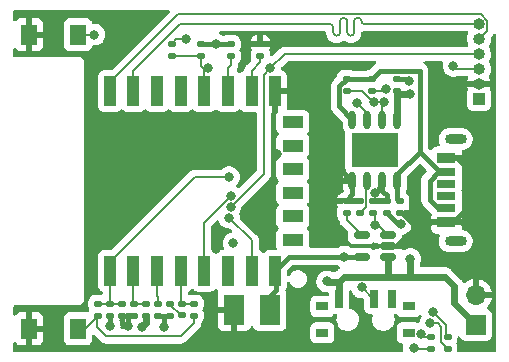
<source format=gbr>
%TF.GenerationSoftware,KiCad,Pcbnew,(6.0.0)*%
%TF.CreationDate,2022-02-08T22:33:11+08:00*%
%TF.ProjectId,screen,73637265-656e-42e6-9b69-6361645f7063,rev?*%
%TF.SameCoordinates,Original*%
%TF.FileFunction,Copper,L1,Top*%
%TF.FilePolarity,Positive*%
%FSLAX46Y46*%
G04 Gerber Fmt 4.6, Leading zero omitted, Abs format (unit mm)*
G04 Created by KiCad (PCBNEW (6.0.0)) date 2022-02-08 22:33:11*
%MOMM*%
%LPD*%
G01*
G04 APERTURE LIST*
G04 Aperture macros list*
%AMRoundRect*
0 Rectangle with rounded corners*
0 $1 Rounding radius*
0 $2 $3 $4 $5 $6 $7 $8 $9 X,Y pos of 4 corners*
0 Add a 4 corners polygon primitive as box body*
4,1,4,$2,$3,$4,$5,$6,$7,$8,$9,$2,$3,0*
0 Add four circle primitives for the rounded corners*
1,1,$1+$1,$2,$3*
1,1,$1+$1,$4,$5*
1,1,$1+$1,$6,$7*
1,1,$1+$1,$8,$9*
0 Add four rect primitives between the rounded corners*
20,1,$1+$1,$2,$3,$4,$5,0*
20,1,$1+$1,$4,$5,$6,$7,0*
20,1,$1+$1,$6,$7,$8,$9,0*
20,1,$1+$1,$8,$9,$2,$3,0*%
G04 Aperture macros list end*
%TA.AperFunction,SMDPad,CuDef*%
%ADD10R,1.550000X0.700000*%
%TD*%
%TA.AperFunction,SMDPad,CuDef*%
%ADD11R,1.550000X0.800000*%
%TD*%
%TA.AperFunction,SMDPad,CuDef*%
%ADD12R,1.550000X0.900000*%
%TD*%
%TA.AperFunction,ComponentPad*%
%ADD13O,1.850000X0.850000*%
%TD*%
%TA.AperFunction,SMDPad,CuDef*%
%ADD14RoundRect,0.140000X0.170000X-0.140000X0.170000X0.140000X-0.170000X0.140000X-0.170000X-0.140000X0*%
%TD*%
%TA.AperFunction,SMDPad,CuDef*%
%ADD15RoundRect,0.135000X0.185000X-0.135000X0.185000X0.135000X-0.185000X0.135000X-0.185000X-0.135000X0*%
%TD*%
%TA.AperFunction,SMDPad,CuDef*%
%ADD16R,4.000000X2.900000*%
%TD*%
%TA.AperFunction,SMDPad,CuDef*%
%ADD17O,0.600000X1.600000*%
%TD*%
%TA.AperFunction,SMDPad,CuDef*%
%ADD18RoundRect,0.135000X-0.185000X0.135000X-0.185000X-0.135000X0.185000X-0.135000X0.185000X0.135000X0*%
%TD*%
%TA.AperFunction,ComponentPad*%
%ADD19R,1.000000X1.000000*%
%TD*%
%TA.AperFunction,ComponentPad*%
%ADD20O,1.000000X1.000000*%
%TD*%
%TA.AperFunction,SMDPad,CuDef*%
%ADD21RoundRect,0.147500X0.172500X-0.147500X0.172500X0.147500X-0.172500X0.147500X-0.172500X-0.147500X0*%
%TD*%
%TA.AperFunction,SMDPad,CuDef*%
%ADD22R,1.800000X2.600000*%
%TD*%
%TA.AperFunction,SMDPad,CuDef*%
%ADD23R,1.000000X0.800000*%
%TD*%
%TA.AperFunction,SMDPad,CuDef*%
%ADD24R,0.700000X1.500000*%
%TD*%
%TA.AperFunction,ComponentPad*%
%ADD25R,1.700000X1.700000*%
%TD*%
%TA.AperFunction,ComponentPad*%
%ADD26O,1.700000X1.700000*%
%TD*%
%TA.AperFunction,BGAPad,CuDef*%
%ADD27R,1.350000X1.800000*%
%TD*%
%TA.AperFunction,SMDPad,CuDef*%
%ADD28R,1.000000X2.500000*%
%TD*%
%TA.AperFunction,SMDPad,CuDef*%
%ADD29R,1.800000X1.000000*%
%TD*%
%TA.AperFunction,SMDPad,CuDef*%
%ADD30RoundRect,0.150000X0.512500X0.150000X-0.512500X0.150000X-0.512500X-0.150000X0.512500X-0.150000X0*%
%TD*%
%TA.AperFunction,SMDPad,CuDef*%
%ADD31RoundRect,0.147500X-0.172500X0.147500X-0.172500X-0.147500X0.172500X-0.147500X0.172500X0.147500X0*%
%TD*%
%TA.AperFunction,ViaPad*%
%ADD32C,0.800000*%
%TD*%
%TA.AperFunction,Conductor*%
%ADD33C,0.400000*%
%TD*%
%TA.AperFunction,Conductor*%
%ADD34C,0.200000*%
%TD*%
%TA.AperFunction,Conductor*%
%ADD35C,0.600000*%
%TD*%
G04 APERTURE END LIST*
D10*
%TO.P,J1,A5,CC1*%
%TO.N,unconnected-(J1-PadA5)*%
X134675000Y-51950000D03*
D11*
%TO.P,J1,A9,VBUS*%
%TO.N,Net-(C2-Pad2)*%
X134675000Y-49930000D03*
D12*
%TO.P,J1,A12,GND*%
%TO.N,GND*%
X134675000Y-48710000D03*
D10*
%TO.P,J1,B5,CC2*%
%TO.N,unconnected-(J1-PadB5)*%
X134675000Y-50950000D03*
D11*
%TO.P,J1,B9,VBUS*%
%TO.N,Net-(C2-Pad2)*%
X134675000Y-52970000D03*
D12*
%TO.P,J1,B12,GND*%
%TO.N,GND*%
X134675000Y-54190000D03*
D13*
%TO.P,J1,GND*%
%TO.N,N/C*%
X135450000Y-47130000D03*
X135450000Y-55770000D03*
%TD*%
D14*
%TO.P,C7,1*%
%TO.N,+3V3*%
X129600000Y-53360000D03*
%TO.P,C7,2*%
%TO.N,GND*%
X129600000Y-52400000D03*
%TD*%
D15*
%TO.P,R14,1*%
%TO.N,Net-(D3-Pad2)*%
X128375000Y-43070000D03*
%TO.P,R14,2*%
%TO.N,Net-(C2-Pad2)*%
X128375000Y-42050000D03*
%TD*%
D16*
%TO.P,U2,0*%
%TO.N,N/C*%
X128620000Y-48080000D03*
D17*
%TO.P,U2,1,TEMP*%
%TO.N,GND*%
X126715000Y-50680000D03*
%TO.P,U2,2,PROG*%
%TO.N,Net-(R3-Pad1)*%
X127985000Y-50680000D03*
%TO.P,U2,3,GND*%
%TO.N,GND*%
X129255000Y-50680000D03*
%TO.P,U2,4,VCC*%
%TO.N,Net-(C2-Pad2)*%
X130525000Y-50680000D03*
%TO.P,U2,5,BAT*%
%TO.N,+BATT*%
X130525000Y-45480000D03*
%TO.P,U2,6,~{STDBY}*%
%TO.N,Net-(D3-Pad1)*%
X129255000Y-45480000D03*
%TO.P,U2,7,~{CHRG}*%
%TO.N,Net-(D1-Pad1)*%
X127985000Y-45480000D03*
%TO.P,U2,8,CE*%
%TO.N,Net-(C2-Pad2)*%
X126715000Y-45480000D03*
%TD*%
D18*
%TO.P,R7,1*%
%TO.N,/nRST*%
X106195000Y-61070000D03*
%TO.P,R7,2*%
%TO.N,+3V3*%
X106195000Y-62090000D03*
%TD*%
D19*
%TO.P,J2,1,Pin_1*%
%TO.N,+3V3*%
X137420000Y-43740000D03*
D20*
%TO.P,J2,2,Pin_2*%
%TO.N,GND*%
X137420000Y-42470000D03*
%TO.P,J2,3,Pin_3*%
%TO.N,/nRST*%
X137420000Y-41200000D03*
%TO.P,J2,4,Pin_4*%
%TO.N,/GPIO0*%
X137420000Y-39930000D03*
%TO.P,J2,5,Pin_5*%
%TO.N,/TXD*%
X137420000Y-38660000D03*
%TO.P,J2,6,Pin_6*%
%TO.N,/RXD*%
X137420000Y-37390000D03*
%TD*%
D21*
%TO.P,D2,1,K*%
%TO.N,Net-(D3-Pad1)*%
X134770000Y-64865000D03*
%TO.P,D2,2,A*%
%TO.N,Net-(D3-Pad2)*%
X134770000Y-63895000D03*
%TD*%
D14*
%TO.P,C6,1*%
%TO.N,+BATT*%
X130520000Y-43040000D03*
%TO.P,C6,2*%
%TO.N,GND*%
X130520000Y-42080000D03*
%TD*%
%TO.P,C2,1*%
%TO.N,Net-(C8-Pad1)*%
X126220000Y-53360000D03*
%TO.P,C2,2*%
%TO.N,GND*%
X126220000Y-52400000D03*
%TD*%
D21*
%TO.P,D3,1,K*%
%TO.N,Net-(D1-Pad1)*%
X133395000Y-64865000D03*
%TO.P,D3,2,A*%
%TO.N,Net-(D1-Pad2)*%
X133395000Y-63895000D03*
%TD*%
D14*
%TO.P,C5,1*%
%TO.N,GND*%
X130720000Y-53360000D03*
%TO.P,C5,2*%
%TO.N,Net-(C2-Pad2)*%
X130720000Y-52400000D03*
%TD*%
D15*
%TO.P,R4,1*%
%TO.N,/GPIO0*%
X111420000Y-40090000D03*
%TO.P,R4,2*%
%TO.N,Net-(R15-Pad2)*%
X111420000Y-39070000D03*
%TD*%
%TO.P,R9,1*%
%TO.N,Net-(D1-Pad2)*%
X126220000Y-43070000D03*
%TO.P,R9,2*%
%TO.N,Net-(C2-Pad2)*%
X126220000Y-42050000D03*
%TD*%
%TO.P,R10,1*%
%TO.N,+3V3*%
X111250000Y-62090000D03*
%TO.P,R10,2*%
%TO.N,Net-(D2-Pad2)*%
X111250000Y-61070000D03*
%TD*%
%TO.P,R2,1*%
%TO.N,/GPIO0*%
X113920000Y-40090000D03*
%TO.P,R2,2*%
%TO.N,+3V3*%
X113920000Y-39070000D03*
%TD*%
D22*
%TO.P,C3,1*%
%TO.N,+3V3*%
X119720000Y-61580000D03*
%TO.P,C3,2*%
%TO.N,GND*%
X116720000Y-61580000D03*
%TD*%
D15*
%TO.P,R5,1*%
%TO.N,Net-(R3-Pad1)*%
X127350000Y-53390000D03*
%TO.P,R5,2*%
%TO.N,GND*%
X127350000Y-52370000D03*
%TD*%
D23*
%TO.P,SW3,*%
%TO.N,*%
X131470000Y-63510000D03*
X131470000Y-61300000D03*
X124170000Y-63510000D03*
X124170000Y-61300000D03*
D24*
%TO.P,SW3,1,A*%
%TO.N,+BATT*%
X125570000Y-60650000D03*
%TO.P,SW3,2,B*%
%TO.N,Net-(C7-Pad1)*%
X128570000Y-60650000D03*
%TO.P,SW3,3,C*%
%TO.N,unconnected-(SW1-Pad3)*%
X130070000Y-60650000D03*
%TD*%
D18*
%TO.P,R12,1*%
%TO.N,/EN*%
X110235000Y-61070000D03*
%TO.P,R12,2*%
%TO.N,+3V3*%
X110235000Y-62090000D03*
%TD*%
D25*
%TO.P,J3,1,Pin_1*%
%TO.N,+BATT*%
X137170000Y-62880000D03*
D26*
%TO.P,J3,2,Pin_2*%
%TO.N,GND*%
X137170000Y-60340000D03*
%TD*%
D27*
%TO.P,SW1,1,1*%
%TO.N,Net-(R15-Pad2)*%
X103495000Y-38280000D03*
%TO.P,SW1,2,2*%
%TO.N,GND*%
X99345000Y-38280000D03*
%TD*%
D28*
%TO.P,U1,1,~{RST}*%
%TO.N,/nRST*%
X106170000Y-58280000D03*
%TO.P,U1,2,ADC*%
%TO.N,/ADC*%
X108170000Y-58280000D03*
%TO.P,U1,3,EN*%
%TO.N,/EN*%
X110170000Y-58280000D03*
%TO.P,U1,4,GPIO16*%
%TO.N,/GPIO16*%
X112170000Y-58280000D03*
%TO.P,U1,5,GPIO14*%
%TO.N,/GPIO14*%
X114170000Y-58280000D03*
%TO.P,U1,6,GPIO12*%
%TO.N,/GPIO12*%
X116170000Y-58280000D03*
%TO.P,U1,7,GPIO13*%
%TO.N,/GPIO13*%
X118170000Y-58280000D03*
%TO.P,U1,8,VCC*%
%TO.N,+3V3*%
X120170000Y-58280000D03*
D29*
%TO.P,U1,9,CS0*%
%TO.N,unconnected-(U4-Pad9)*%
X121670000Y-55680000D03*
%TO.P,U1,10,MISO*%
%TO.N,unconnected-(U4-Pad10)*%
X121670000Y-53680000D03*
%TO.P,U1,11,GPIO9*%
%TO.N,unconnected-(U4-Pad11)*%
X121670000Y-51680000D03*
%TO.P,U1,12,GPIO10*%
%TO.N,unconnected-(U4-Pad12)*%
X121670000Y-49680000D03*
%TO.P,U1,13,MOSI*%
%TO.N,unconnected-(U4-Pad13)*%
X121670000Y-47680000D03*
%TO.P,U1,14,SCLK*%
%TO.N,unconnected-(U4-Pad14)*%
X121670000Y-45680000D03*
D28*
%TO.P,U1,15,GND*%
%TO.N,GND*%
X120170000Y-43080000D03*
%TO.P,U1,16,GPIO15*%
%TO.N,/GPIO15*%
X118170000Y-43080000D03*
%TO.P,U1,17,GPIO2*%
%TO.N,/GPIO2*%
X116170000Y-43080000D03*
%TO.P,U1,18,GPIO0*%
%TO.N,/GPIO0*%
X114170000Y-43080000D03*
%TO.P,U1,19,GPIO4*%
%TO.N,/GPIO4*%
X112170000Y-43080000D03*
%TO.P,U1,20,GPIO5*%
%TO.N,/GPIO5*%
X110170000Y-43080000D03*
%TO.P,U1,21,GPIO3/RXD*%
%TO.N,/RXD*%
X108170000Y-43080000D03*
%TO.P,U1,22,GPIO1/TXD*%
%TO.N,/TXD*%
X106170000Y-43080000D03*
%TD*%
D15*
%TO.P,R3,1*%
%TO.N,/GPIO2*%
X116420000Y-40090000D03*
%TO.P,R3,2*%
%TO.N,+3V3*%
X116420000Y-39070000D03*
%TD*%
D18*
%TO.P,R13,1*%
%TO.N,/ADC*%
X109220000Y-61070000D03*
%TO.P,R13,2*%
%TO.N,+BATT*%
X109220000Y-62090000D03*
%TD*%
D27*
%TO.P,SW2,1,1*%
%TO.N,Net-(R13-Pad2)*%
X103495000Y-63180000D03*
%TO.P,SW2,2,2*%
%TO.N,GND*%
X99345000Y-63180000D03*
%TD*%
D15*
%TO.P,R1,1*%
%TO.N,/GPIO15*%
X118920000Y-40090000D03*
%TO.P,R1,2*%
%TO.N,GND*%
X118920000Y-39070000D03*
%TD*%
D30*
%TO.P,U3,1,IN*%
%TO.N,+BATT*%
X129757500Y-57130000D03*
%TO.P,U3,2,GND*%
%TO.N,GND*%
X129757500Y-56180000D03*
%TO.P,U3,3,EN*%
%TO.N,Net-(C7-Pad1)*%
X129757500Y-55230000D03*
%TO.P,U3,4,BP*%
%TO.N,Net-(C8-Pad1)*%
X127482500Y-55230000D03*
%TO.P,U3,5,OUT*%
%TO.N,+3V3*%
X127482500Y-57130000D03*
%TD*%
D14*
%TO.P,C4,1*%
%TO.N,Net-(C7-Pad1)*%
X128480000Y-53360000D03*
%TO.P,C4,2*%
%TO.N,GND*%
X128480000Y-52400000D03*
%TD*%
D18*
%TO.P,R6,1*%
%TO.N,/GPIO16*%
X113280000Y-61070000D03*
%TO.P,R6,2*%
%TO.N,Net-(R13-Pad2)*%
X113280000Y-62090000D03*
%TD*%
D31*
%TO.P,D1,1,K*%
%TO.N,/GPIO16*%
X112265000Y-61095000D03*
%TO.P,D1,2,A*%
%TO.N,Net-(D2-Pad2)*%
X112265000Y-62065000D03*
%TD*%
D14*
%TO.P,C1,1*%
%TO.N,GND*%
X107200000Y-62080000D03*
%TO.P,C1,2*%
%TO.N,/nRST*%
X107200000Y-61120000D03*
%TD*%
D15*
%TO.P,R8,1*%
%TO.N,GND*%
X108205000Y-62090000D03*
%TO.P,R8,2*%
%TO.N,/ADC*%
X108205000Y-61070000D03*
%TD*%
D18*
%TO.P,R11,1*%
%TO.N,/nRST*%
X105180000Y-61070000D03*
%TO.P,R11,2*%
%TO.N,Net-(R13-Pad2)*%
X105180000Y-62090000D03*
%TD*%
D32*
%TO.N,+3V3*%
X126020000Y-57080000D03*
X115130000Y-39070000D03*
X106170000Y-62930000D03*
X110720000Y-63080000D03*
X130820000Y-54330000D03*
X116644463Y-55944780D03*
%TO.N,GND*%
X120303792Y-48359311D03*
X121570000Y-43080000D03*
X123720000Y-38705000D03*
X106290000Y-47660000D03*
X107680000Y-47610000D03*
X106330000Y-49200000D03*
X122170000Y-38705000D03*
X115745000Y-63955000D03*
X128620000Y-51680000D03*
X107720000Y-62930000D03*
X125720000Y-49780000D03*
X131520000Y-42230000D03*
X114420000Y-63855000D03*
X117295000Y-63980000D03*
X115145000Y-56455000D03*
X107780000Y-49150000D03*
X120545000Y-38730000D03*
%TO.N,/nRST*%
X116270000Y-50330000D03*
X135270000Y-40930000D03*
%TO.N,/GPIO0*%
X114470000Y-41130000D03*
X119770000Y-41130000D03*
X116401079Y-52884136D03*
%TO.N,/GPIO14*%
X116445000Y-51930000D03*
%TO.N,/GPIO13*%
X116262808Y-53772948D03*
%TO.N,Net-(R15-Pad2)*%
X104870000Y-38280000D03*
X112620000Y-38680000D03*
%TO.N,+BATT*%
X124570000Y-59180000D03*
X131620000Y-57280000D03*
X108920000Y-63030000D03*
X131620000Y-43280000D03*
%TO.N,Net-(D1-Pad1)*%
X131895000Y-64830000D03*
X127120000Y-44080000D03*
%TO.N,Net-(D1-Pad2)*%
X132495000Y-63605000D03*
X128520000Y-43980000D03*
%TO.N,Net-(D3-Pad1)*%
X129420000Y-43980000D03*
X133320000Y-62680000D03*
%TO.N,Net-(D3-Pad2)*%
X129520000Y-42880000D03*
X133520000Y-61780000D03*
%TO.N,Net-(C7-Pad1)*%
X127520000Y-59680000D03*
X128620000Y-54380000D03*
%TD*%
D33*
%TO.N,GND*%
X132410000Y-54190000D02*
X134675000Y-54190000D01*
X132070000Y-54530000D02*
X132410000Y-54190000D01*
%TO.N,Net-(C2-Pad2)*%
X134165000Y-49930000D02*
X134675000Y-49930000D01*
X132420000Y-48185000D02*
X134165000Y-49930000D01*
%TO.N,GND*%
X135229022Y-54190000D02*
X136200000Y-53219022D01*
%TO.N,Net-(C2-Pad2)*%
X133250000Y-50650978D02*
X133970978Y-49930000D01*
%TO.N,GND*%
X136200000Y-49350000D02*
X135560000Y-48710000D01*
%TO.N,Net-(C2-Pad2)*%
X133970978Y-49930000D02*
X134675000Y-49930000D01*
%TO.N,GND*%
X136200000Y-53219022D02*
X136200000Y-49350000D01*
%TO.N,Net-(C2-Pad2)*%
X134675000Y-52970000D02*
X133970978Y-52970000D01*
X133970978Y-52970000D02*
X133250000Y-52249022D01*
%TO.N,GND*%
X135560000Y-48710000D02*
X134675000Y-48710000D01*
%TO.N,Net-(C2-Pad2)*%
X133250000Y-52249022D02*
X133250000Y-50650978D01*
%TO.N,GND*%
X134675000Y-54190000D02*
X135229022Y-54190000D01*
%TO.N,+3V3*%
X106195000Y-62905000D02*
X106170000Y-62930000D01*
X119720000Y-60430000D02*
X120220000Y-59930000D01*
X120170000Y-58280000D02*
X121370000Y-57080000D01*
X121370000Y-57080000D02*
X126020000Y-57080000D01*
X110710000Y-62090000D02*
X111250000Y-62090000D01*
X106195000Y-62090000D02*
X106195000Y-62905000D01*
X110710000Y-62090000D02*
X110720000Y-62100000D01*
X119720000Y-61580000D02*
X119720000Y-60430000D01*
X113920000Y-39070000D02*
X115130000Y-39070000D01*
X127482500Y-57130000D02*
X126070000Y-57130000D01*
X126070000Y-57130000D02*
X126020000Y-57080000D01*
X120220000Y-59930000D02*
X120220000Y-58330000D01*
X130570000Y-54330000D02*
X130820000Y-54330000D01*
X120220000Y-58330000D02*
X120170000Y-58280000D01*
X110720000Y-62100000D02*
X110720000Y-63080000D01*
X110235000Y-62090000D02*
X110710000Y-62090000D01*
X129600000Y-53360000D02*
X130570000Y-54330000D01*
X115130000Y-39070000D02*
X116420000Y-39070000D01*
%TO.N,GND*%
X130420000Y-56180000D02*
X132070000Y-54530000D01*
X126715000Y-51775000D02*
X126715000Y-50680000D01*
X126620000Y-50680000D02*
X125720000Y-49780000D01*
X129255000Y-50680000D02*
X129255000Y-51045000D01*
X128480000Y-52400000D02*
X129600000Y-52400000D01*
X130520000Y-42080000D02*
X131370000Y-42080000D01*
X129757500Y-56180000D02*
X130420000Y-56180000D01*
X107710000Y-62090000D02*
X107710000Y-62920000D01*
X127350000Y-52370000D02*
X126250000Y-52370000D01*
X129620000Y-52380000D02*
X129600000Y-52400000D01*
X108205000Y-62090000D02*
X107710000Y-62090000D01*
X126220000Y-52400000D02*
X126220000Y-52280000D01*
X107710000Y-62090000D02*
X107210000Y-62090000D01*
X126715000Y-50680000D02*
X126620000Y-50680000D01*
X126720000Y-51780000D02*
X126715000Y-51775000D01*
X107210000Y-62090000D02*
X107200000Y-62080000D01*
X131370000Y-42080000D02*
X131520000Y-42230000D01*
X129255000Y-51515000D02*
X129620000Y-51880000D01*
X129255000Y-51045000D02*
X128620000Y-51680000D01*
X129620000Y-51880000D02*
X129620000Y-52380000D01*
X129255000Y-50680000D02*
X129255000Y-51515000D01*
X126220000Y-52280000D02*
X126720000Y-51780000D01*
X120170000Y-43080000D02*
X121570000Y-43080000D01*
X130900000Y-53360000D02*
X132070000Y-54530000D01*
X107710000Y-62920000D02*
X107720000Y-62930000D01*
X126250000Y-52370000D02*
X126220000Y-52400000D01*
D34*
%TO.N,Net-(C8-Pad1)*%
X126220000Y-53967500D02*
X126220000Y-53360000D01*
X127482500Y-55230000D02*
X126220000Y-53967500D01*
%TO.N,/nRST*%
X106170000Y-61045000D02*
X106170000Y-58280000D01*
X106170000Y-58280000D02*
X106170000Y-57530000D01*
X107200000Y-61120000D02*
X106245000Y-61120000D01*
X113370000Y-50330000D02*
X116270000Y-50330000D01*
X135270000Y-40930000D02*
X135540000Y-41200000D01*
X135540000Y-41200000D02*
X137420000Y-41200000D01*
X106245000Y-61120000D02*
X106195000Y-61070000D01*
X106195000Y-61070000D02*
X106170000Y-61045000D01*
X106195000Y-61070000D02*
X105180000Y-61070000D01*
X106170000Y-57530000D02*
X113370000Y-50330000D01*
%TO.N,/GPIO16*%
X113255000Y-61095000D02*
X113280000Y-61070000D01*
X112265000Y-61095000D02*
X112170000Y-61000000D01*
X112265000Y-61095000D02*
X113255000Y-61095000D01*
X112170000Y-61000000D02*
X112170000Y-58280000D01*
%TO.N,Net-(D2-Pad2)*%
X111250000Y-61070000D02*
X111250000Y-61140000D01*
X112175000Y-62065000D02*
X112265000Y-62065000D01*
X111250000Y-61140000D02*
X112175000Y-62065000D01*
%TO.N,/GPIO0*%
X119220000Y-41680000D02*
X119220000Y-50065215D01*
X120970000Y-39930000D02*
X119770000Y-41130000D01*
X114170000Y-41230000D02*
X114170000Y-43080000D01*
X114170000Y-41430000D02*
X114170000Y-43080000D01*
X113920000Y-40090000D02*
X113920000Y-40980000D01*
X119220000Y-50065215D02*
X116401079Y-52884136D01*
X111420000Y-40090000D02*
X113920000Y-40090000D01*
X114470000Y-41130000D02*
X114170000Y-41430000D01*
X137420000Y-39930000D02*
X120970000Y-39930000D01*
X113920000Y-40980000D02*
X114170000Y-41230000D01*
X119770000Y-41130000D02*
X119220000Y-41680000D01*
%TO.N,/GPIO2*%
X116420000Y-40880000D02*
X116170000Y-41130000D01*
X116420000Y-40090000D02*
X116420000Y-40880000D01*
X116170000Y-41130000D02*
X116170000Y-43080000D01*
%TO.N,/EN*%
X110170000Y-58280000D02*
X110170000Y-60380000D01*
X110170000Y-60380000D02*
X110235000Y-60445000D01*
X110235000Y-60445000D02*
X110235000Y-61070000D01*
%TO.N,/GPIO15*%
X118920000Y-40580000D02*
X118170000Y-41330000D01*
X118920000Y-40090000D02*
X118920000Y-40580000D01*
X118170000Y-41330000D02*
X118170000Y-43080000D01*
%TO.N,/ADC*%
X108170000Y-61035000D02*
X108170000Y-58280000D01*
X108205000Y-61070000D02*
X109220000Y-61070000D01*
X108205000Y-61070000D02*
X108170000Y-61035000D01*
%TO.N,/GPIO14*%
X114170000Y-58280000D02*
X114170000Y-54205000D01*
X114170000Y-54205000D02*
X116445000Y-51930000D01*
%TO.N,/GPIO13*%
X118170000Y-58280000D02*
X118170000Y-55680140D01*
X118170000Y-55680140D02*
X116262808Y-53772948D01*
%TO.N,/RXD*%
X125670000Y-38080000D02*
X125670000Y-37680000D01*
X127720000Y-37380000D02*
X128125906Y-37380000D01*
X108170000Y-41354550D02*
X112144550Y-37380000D01*
X108170000Y-43080000D02*
X108170000Y-41354550D01*
X126870000Y-37380000D02*
X126870000Y-37130000D01*
X125670000Y-37680000D02*
X125670000Y-37130000D01*
X125920000Y-36880000D02*
X126020000Y-36880000D01*
X126270000Y-37130000D02*
X126270000Y-37380000D01*
X127120000Y-36880000D02*
X127220000Y-36880000D01*
X126870000Y-38080000D02*
X126870000Y-37380000D01*
X128125906Y-37380000D02*
X137410000Y-37380000D01*
X137410000Y-37380000D02*
X137420000Y-37390000D01*
X126270000Y-37380000D02*
X126270000Y-38080000D01*
X112144550Y-37380000D02*
X124770000Y-37380000D01*
X125070000Y-37680000D02*
X125070000Y-38080000D01*
X125670000Y-38080000D02*
G75*
G02*
X125370000Y-38380000I-300000J0D01*
G01*
X127470000Y-37130000D02*
G75*
G03*
X127220000Y-36880000I-249999J1D01*
G01*
X125070000Y-37680000D02*
G75*
G03*
X124770000Y-37380000I-300000J0D01*
G01*
X125920000Y-36880000D02*
G75*
G03*
X125670000Y-37130000I-1J-249999D01*
G01*
X125370000Y-38380000D02*
G75*
G02*
X125070000Y-38080000I0J300000D01*
G01*
X126270000Y-37130000D02*
G75*
G03*
X126020000Y-36880000I-249999J1D01*
G01*
X127120000Y-36880000D02*
G75*
G03*
X126870000Y-37130000I-1J-249999D01*
G01*
X126870000Y-38080000D02*
G75*
G02*
X126570000Y-38380000I-300000J0D01*
G01*
X127720000Y-37380000D02*
G75*
G02*
X127470000Y-37130000I-1J249999D01*
G01*
X126570000Y-38380000D02*
G75*
G02*
X126270000Y-38080000I0J300000D01*
G01*
%TO.N,/TXD*%
X138119511Y-37960489D02*
X138119511Y-37100252D01*
X111919510Y-36580490D02*
X106170000Y-42330000D01*
X137420000Y-38660000D02*
X138119511Y-37960489D01*
X106170000Y-42330000D02*
X106170000Y-43080000D01*
X138119511Y-37100252D02*
X137599749Y-36580490D01*
X137599749Y-36580490D02*
X111919510Y-36580490D01*
%TO.N,Net-(R15-Pad2)*%
X103495000Y-38280000D02*
X104870000Y-38280000D01*
X112620000Y-38680000D02*
X111810000Y-38680000D01*
X111810000Y-38680000D02*
X111420000Y-39070000D01*
D35*
%TO.N,+BATT*%
X130520000Y-45475000D02*
X130525000Y-45480000D01*
X131620000Y-43280000D02*
X130760000Y-43280000D01*
X124570000Y-59180000D02*
X124620000Y-59230000D01*
X134520000Y-58780000D02*
X135320000Y-59580000D01*
X130760000Y-43280000D02*
X130520000Y-43040000D01*
X109220000Y-62730000D02*
X108920000Y-63030000D01*
X131620000Y-57280000D02*
X131620000Y-58680000D01*
X131620000Y-58680000D02*
X131720000Y-58780000D01*
X135320000Y-61030000D02*
X137170000Y-62880000D01*
X109220000Y-62090000D02*
X109220000Y-62730000D01*
X131720000Y-58780000D02*
X134520000Y-58780000D01*
X129720000Y-58780000D02*
X129757500Y-58742500D01*
X125570000Y-60650000D02*
X125570000Y-59230000D01*
X125570000Y-59230000D02*
X126020000Y-58780000D01*
X130520000Y-43040000D02*
X130520000Y-45475000D01*
X135320000Y-59580000D02*
X135320000Y-61030000D01*
X129757500Y-58742500D02*
X129757500Y-57130000D01*
X124620000Y-59230000D02*
X125570000Y-59230000D01*
X129720000Y-58780000D02*
X131720000Y-58780000D01*
X126020000Y-58780000D02*
X129720000Y-58780000D01*
D34*
%TO.N,Net-(D1-Pad1)*%
X127985000Y-44945000D02*
X127985000Y-45480000D01*
X127120000Y-44080000D02*
X127985000Y-44945000D01*
X133395000Y-64865000D02*
X131930000Y-64865000D01*
X131930000Y-64865000D02*
X131895000Y-64830000D01*
%TO.N,Net-(D1-Pad2)*%
X127555480Y-43070000D02*
X128465480Y-43980000D01*
X126220000Y-43070000D02*
X127555480Y-43070000D01*
X132785000Y-63895000D02*
X132495000Y-63605000D01*
X128465480Y-43980000D02*
X128520000Y-43980000D01*
X133395000Y-63895000D02*
X132785000Y-63895000D01*
%TO.N,Net-(D3-Pad1)*%
X134239521Y-64334521D02*
X134239521Y-62999521D01*
X129255000Y-45480000D02*
X129255000Y-44145000D01*
X133920000Y-62680000D02*
X133320000Y-62680000D01*
X129255000Y-44145000D02*
X129420000Y-43980000D01*
X134239521Y-62999521D02*
X133920000Y-62680000D01*
X134770000Y-64865000D02*
X134239521Y-64334521D01*
%TO.N,Net-(D3-Pad2)*%
X134770000Y-63895000D02*
X134620000Y-63745000D01*
X128375000Y-43070000D02*
X129330000Y-43070000D01*
X134620000Y-63745000D02*
X134620000Y-62880000D01*
X134620000Y-62880000D02*
X133520000Y-61780000D01*
X129330000Y-43070000D02*
X129520000Y-42880000D01*
%TO.N,Net-(R3-Pad1)*%
X127869520Y-52870480D02*
X127869520Y-50795480D01*
X127869520Y-50795480D02*
X127985000Y-50680000D01*
X127350000Y-53390000D02*
X127869520Y-52870480D01*
D33*
%TO.N,Net-(C2-Pad2)*%
X130525000Y-50080000D02*
X132420000Y-48185000D01*
X126220000Y-42050000D02*
X125600480Y-42669520D01*
X126220000Y-42050000D02*
X128375000Y-42050000D01*
X132420000Y-41380000D02*
X129045000Y-41380000D01*
X132420000Y-48185000D02*
X132420000Y-41380000D01*
X130525000Y-52205000D02*
X130720000Y-52400000D01*
X130525000Y-50680000D02*
X130525000Y-52205000D01*
X129045000Y-41380000D02*
X128375000Y-42050000D01*
X130525000Y-50680000D02*
X130525000Y-50080000D01*
X125600480Y-42669520D02*
X125600480Y-44365480D01*
X125600480Y-44365480D02*
X126715000Y-45480000D01*
D34*
%TO.N,Net-(C7-Pad1)*%
X128570000Y-60650000D02*
X128490000Y-60650000D01*
X128620000Y-54380000D02*
X128907500Y-54380000D01*
X128490000Y-60650000D02*
X127520000Y-59680000D01*
X128620000Y-53500000D02*
X128480000Y-53360000D01*
X128907500Y-54380000D02*
X129757500Y-55230000D01*
X128620000Y-54380000D02*
X128620000Y-53500000D01*
%TO.N,Net-(R13-Pad2)*%
X105120000Y-63080000D02*
X105870000Y-63830000D01*
X112170000Y-63830000D02*
X113280000Y-62720000D01*
X105120000Y-62150000D02*
X105120000Y-63080000D01*
X103495000Y-63180000D02*
X104090000Y-63180000D01*
X105870000Y-63830000D02*
X112170000Y-63830000D01*
X113280000Y-62720000D02*
X113280000Y-62090000D01*
X105180000Y-62090000D02*
X105120000Y-62150000D01*
X104090000Y-63180000D02*
X105180000Y-62090000D01*
%TD*%
%TA.AperFunction,Conductor*%
%TO.N,GND*%
G36*
X138838887Y-38227701D02*
G01*
X138880070Y-38285533D01*
X138887000Y-38326744D01*
X138887000Y-65046000D01*
X138866998Y-65114121D01*
X138813342Y-65160614D01*
X138761000Y-65172000D01*
X135724500Y-65172000D01*
X135656379Y-65151998D01*
X135609886Y-65098342D01*
X135598500Y-65046000D01*
X135598499Y-64653726D01*
X135598499Y-64651254D01*
X135595573Y-64614063D01*
X135549332Y-64454900D01*
X135542968Y-64444140D01*
X135525508Y-64375326D01*
X135542968Y-64315861D01*
X135549332Y-64305100D01*
X135553531Y-64290649D01*
X135570548Y-64232074D01*
X135595573Y-64145937D01*
X135596077Y-64139532D01*
X135596078Y-64139527D01*
X135598307Y-64111203D01*
X135598307Y-64111195D01*
X135598500Y-64108747D01*
X135598500Y-63949170D01*
X135618502Y-63881049D01*
X135672158Y-63834556D01*
X135742432Y-63824452D01*
X135807012Y-63853946D01*
X135842482Y-63904941D01*
X135863697Y-63961531D01*
X135869385Y-63976705D01*
X135956739Y-64093261D01*
X136073295Y-64180615D01*
X136209684Y-64231745D01*
X136271866Y-64238500D01*
X138068134Y-64238500D01*
X138130316Y-64231745D01*
X138266705Y-64180615D01*
X138383261Y-64093261D01*
X138470615Y-63976705D01*
X138521745Y-63840316D01*
X138528500Y-63778134D01*
X138528500Y-61981866D01*
X138521745Y-61919684D01*
X138470615Y-61783295D01*
X138383261Y-61666739D01*
X138266705Y-61579385D01*
X138147687Y-61534767D01*
X138090923Y-61492125D01*
X138066223Y-61425564D01*
X138081430Y-61356215D01*
X138102977Y-61327535D01*
X138204052Y-61226812D01*
X138210730Y-61218965D01*
X138335003Y-61046020D01*
X138340313Y-61037183D01*
X138434670Y-60846267D01*
X138438469Y-60836672D01*
X138500377Y-60632910D01*
X138502555Y-60622837D01*
X138503986Y-60611962D01*
X138501775Y-60597778D01*
X138488617Y-60594000D01*
X137042000Y-60594000D01*
X136973879Y-60573998D01*
X136927386Y-60520342D01*
X136916000Y-60468000D01*
X136916000Y-60067885D01*
X137424000Y-60067885D01*
X137428475Y-60083124D01*
X137429865Y-60084329D01*
X137437548Y-60086000D01*
X138488344Y-60086000D01*
X138501875Y-60082027D01*
X138503180Y-60072947D01*
X138461214Y-59905875D01*
X138457894Y-59896124D01*
X138372972Y-59700814D01*
X138368105Y-59691739D01*
X138252426Y-59512926D01*
X138246136Y-59504757D01*
X138102806Y-59347240D01*
X138095273Y-59340215D01*
X137928139Y-59208222D01*
X137919552Y-59202517D01*
X137733117Y-59099599D01*
X137723705Y-59095369D01*
X137522959Y-59024280D01*
X137512988Y-59021646D01*
X137441837Y-59008972D01*
X137428540Y-59010432D01*
X137424000Y-59024989D01*
X137424000Y-60067885D01*
X136916000Y-60067885D01*
X136916000Y-59023102D01*
X136912082Y-59009758D01*
X136897806Y-59007771D01*
X136859324Y-59013660D01*
X136849288Y-59016051D01*
X136646868Y-59082212D01*
X136637359Y-59086209D01*
X136448463Y-59184542D01*
X136439738Y-59190036D01*
X136269433Y-59317905D01*
X136269225Y-59318090D01*
X136269123Y-59318138D01*
X136265298Y-59321010D01*
X136264705Y-59320220D01*
X136205004Y-59348359D01*
X136134614Y-59339103D01*
X136080402Y-59293260D01*
X136066580Y-59265304D01*
X136056063Y-59235104D01*
X136056063Y-59235103D01*
X136053745Y-59228448D01*
X136050010Y-59222470D01*
X136035973Y-59200005D01*
X136028634Y-59186488D01*
X136017441Y-59162486D01*
X136017440Y-59162485D01*
X136014462Y-59156098D01*
X135987894Y-59121847D01*
X135980598Y-59111388D01*
X135961358Y-59080596D01*
X135961356Y-59080593D01*
X135957626Y-59074624D01*
X135929024Y-59045821D01*
X135928439Y-59045196D01*
X135927922Y-59044530D01*
X135901932Y-59018540D01*
X135829815Y-58945918D01*
X135828778Y-58945260D01*
X135827549Y-58944157D01*
X135098234Y-58214842D01*
X135097306Y-58213905D01*
X135039157Y-58154525D01*
X135039156Y-58154524D01*
X135034229Y-58149493D01*
X134997779Y-58126002D01*
X134987454Y-58118583D01*
X134953557Y-58091524D01*
X134945521Y-58087639D01*
X134923363Y-58076928D01*
X134909945Y-58069398D01*
X134881762Y-58051235D01*
X134875145Y-58048827D01*
X134875140Y-58048824D01*
X134841027Y-58036408D01*
X134829284Y-58031447D01*
X134796597Y-58015646D01*
X134796592Y-58015644D01*
X134790251Y-58012579D01*
X134783393Y-58010996D01*
X134783391Y-58010995D01*
X134757574Y-58005035D01*
X134742831Y-58000668D01*
X134711315Y-57989197D01*
X134704325Y-57988314D01*
X134704317Y-57988312D01*
X134668299Y-57983762D01*
X134655747Y-57981526D01*
X134620386Y-57973362D01*
X134620383Y-57973362D01*
X134613515Y-57971776D01*
X134606469Y-57971751D01*
X134606466Y-57971751D01*
X134572944Y-57971634D01*
X134572062Y-57971605D01*
X134571231Y-57971500D01*
X134534581Y-57971500D01*
X134534141Y-57971499D01*
X134435657Y-57971155D01*
X134435652Y-57971155D01*
X134432130Y-57971143D01*
X134430930Y-57971411D01*
X134429293Y-57971500D01*
X132554500Y-57971500D01*
X132486379Y-57951498D01*
X132439886Y-57897842D01*
X132428500Y-57845500D01*
X132428500Y-57730397D01*
X132445380Y-57667398D01*
X132454527Y-57651556D01*
X132513542Y-57469928D01*
X132533504Y-57280000D01*
X132513542Y-57090072D01*
X132454527Y-56908444D01*
X132359040Y-56743056D01*
X132333471Y-56714658D01*
X132235675Y-56606045D01*
X132235674Y-56606044D01*
X132231253Y-56601134D01*
X132103571Y-56508367D01*
X132082094Y-56492763D01*
X132082093Y-56492762D01*
X132076752Y-56488882D01*
X132070724Y-56486198D01*
X132070722Y-56486197D01*
X131908319Y-56413891D01*
X131908318Y-56413891D01*
X131902288Y-56411206D01*
X131808887Y-56391353D01*
X131721944Y-56372872D01*
X131721939Y-56372872D01*
X131715487Y-56371500D01*
X131524513Y-56371500D01*
X131518061Y-56372872D01*
X131518056Y-56372872D01*
X131431113Y-56391353D01*
X131337712Y-56411206D01*
X131331682Y-56413891D01*
X131331681Y-56413891D01*
X131169278Y-56486197D01*
X131169276Y-56486198D01*
X131163248Y-56488882D01*
X131157907Y-56492762D01*
X131157906Y-56492763D01*
X131119906Y-56520372D01*
X131053039Y-56544230D01*
X130983887Y-56528150D01*
X130934407Y-56477236D01*
X130926592Y-56445873D01*
X130921520Y-56438029D01*
X130912630Y-56434000D01*
X130674842Y-56434000D01*
X130610703Y-56416453D01*
X130575142Y-56395423D01*
X130533601Y-56370855D01*
X130525990Y-56368644D01*
X130525988Y-56368643D01*
X130452991Y-56347436D01*
X130373831Y-56324438D01*
X130367426Y-56323934D01*
X130367421Y-56323933D01*
X130338958Y-56321693D01*
X130338950Y-56321693D01*
X130336502Y-56321500D01*
X129813405Y-56321500D01*
X129798486Y-56320614D01*
X129794826Y-56320178D01*
X129763180Y-56316404D01*
X129756177Y-56317140D01*
X129756176Y-56317140D01*
X129721260Y-56320810D01*
X129708089Y-56321500D01*
X129178498Y-56321500D01*
X129176050Y-56321693D01*
X129176042Y-56321693D01*
X129147579Y-56323933D01*
X129147574Y-56323934D01*
X129141169Y-56324438D01*
X129062009Y-56347436D01*
X128989012Y-56368643D01*
X128989010Y-56368644D01*
X128981399Y-56370855D01*
X128939858Y-56395423D01*
X128904297Y-56416453D01*
X128840158Y-56434000D01*
X128608122Y-56434000D01*
X128592884Y-56438474D01*
X128584732Y-56447882D01*
X128525006Y-56486266D01*
X128454010Y-56486266D01*
X128412280Y-56464929D01*
X128407415Y-56461155D01*
X128401807Y-56455547D01*
X128394983Y-56451511D01*
X128394980Y-56451509D01*
X128265427Y-56374892D01*
X128265428Y-56374892D01*
X128258601Y-56370855D01*
X128250990Y-56368644D01*
X128250988Y-56368643D01*
X128177991Y-56347436D01*
X128098831Y-56324438D01*
X128092426Y-56323934D01*
X128092421Y-56323933D01*
X128063958Y-56321693D01*
X128063950Y-56321693D01*
X128061502Y-56321500D01*
X126903498Y-56321500D01*
X126901050Y-56321693D01*
X126901042Y-56321693D01*
X126872579Y-56323933D01*
X126872574Y-56323934D01*
X126866169Y-56324438D01*
X126787009Y-56347436D01*
X126714012Y-56368643D01*
X126714010Y-56368644D01*
X126706399Y-56370855D01*
X126699906Y-56374695D01*
X126629613Y-56383370D01*
X126575975Y-56360972D01*
X126482094Y-56292763D01*
X126482093Y-56292762D01*
X126476752Y-56288882D01*
X126470724Y-56286198D01*
X126470722Y-56286197D01*
X126308319Y-56213891D01*
X126308318Y-56213891D01*
X126302288Y-56211206D01*
X126208888Y-56191353D01*
X126121944Y-56172872D01*
X126121939Y-56172872D01*
X126115487Y-56171500D01*
X125924513Y-56171500D01*
X125918061Y-56172872D01*
X125918056Y-56172872D01*
X125831113Y-56191353D01*
X125737712Y-56211206D01*
X125731682Y-56213891D01*
X125731681Y-56213891D01*
X125569278Y-56286197D01*
X125569276Y-56286198D01*
X125563248Y-56288882D01*
X125557907Y-56292762D01*
X125557906Y-56292763D01*
X125482656Y-56347436D01*
X125415789Y-56371294D01*
X125408595Y-56371500D01*
X123203355Y-56371500D01*
X123135234Y-56351498D01*
X123088741Y-56297842D01*
X123078586Y-56234963D01*
X123077947Y-56234928D01*
X123078106Y-56231993D01*
X123078091Y-56231900D01*
X123078131Y-56231533D01*
X123078131Y-56231529D01*
X123078500Y-56228134D01*
X123078500Y-55131866D01*
X123071745Y-55069684D01*
X123020615Y-54933295D01*
X122933261Y-54816739D01*
X122885340Y-54780824D01*
X122842827Y-54723967D01*
X122837801Y-54653149D01*
X122871861Y-54590855D01*
X122885330Y-54579183D01*
X122933261Y-54543261D01*
X123020615Y-54426705D01*
X123071745Y-54290316D01*
X123078500Y-54228134D01*
X123078500Y-53131866D01*
X123071745Y-53069684D01*
X123020615Y-52933295D01*
X122933261Y-52816739D01*
X122885340Y-52780824D01*
X122842827Y-52723967D01*
X122837801Y-52653149D01*
X122871861Y-52590855D01*
X122885330Y-52579183D01*
X122933261Y-52543261D01*
X123020615Y-52426705D01*
X123071745Y-52290316D01*
X123078500Y-52228134D01*
X123078500Y-51131866D01*
X123071745Y-51069684D01*
X123020615Y-50933295D01*
X122933261Y-50816739D01*
X122885340Y-50780824D01*
X122842827Y-50723967D01*
X122837801Y-50653149D01*
X122871861Y-50590855D01*
X122885330Y-50579183D01*
X122933261Y-50543261D01*
X123020615Y-50426705D01*
X123071745Y-50290316D01*
X123078500Y-50228134D01*
X123078500Y-49131866D01*
X123071745Y-49069684D01*
X123020615Y-48933295D01*
X122933261Y-48816739D01*
X122885340Y-48780824D01*
X122842827Y-48723967D01*
X122837801Y-48653149D01*
X122871861Y-48590855D01*
X122885330Y-48579183D01*
X122933261Y-48543261D01*
X123020615Y-48426705D01*
X123071745Y-48290316D01*
X123078500Y-48228134D01*
X123078500Y-47131866D01*
X123071745Y-47069684D01*
X123020615Y-46933295D01*
X122933261Y-46816739D01*
X122885340Y-46780824D01*
X122842827Y-46723967D01*
X122837801Y-46653149D01*
X122871861Y-46590855D01*
X122885330Y-46579183D01*
X122933261Y-46543261D01*
X123020615Y-46426705D01*
X123071745Y-46290316D01*
X123078500Y-46228134D01*
X123078500Y-45131866D01*
X123071745Y-45069684D01*
X123020615Y-44933295D01*
X122933261Y-44816739D01*
X122816705Y-44729385D01*
X122680316Y-44678255D01*
X122618134Y-44671500D01*
X121266342Y-44671500D01*
X121198221Y-44651498D01*
X121151728Y-44597842D01*
X121141624Y-44527568D01*
X121148360Y-44501270D01*
X121168478Y-44447605D01*
X121172105Y-44432351D01*
X121177631Y-44381486D01*
X121178000Y-44374672D01*
X121178000Y-43352115D01*
X121173525Y-43336876D01*
X121172135Y-43335671D01*
X121164452Y-43334000D01*
X120442115Y-43334000D01*
X120426876Y-43338475D01*
X120425671Y-43339865D01*
X120424000Y-43347548D01*
X120424000Y-44751732D01*
X120403998Y-44819853D01*
X120398826Y-44827297D01*
X120390430Y-44838500D01*
X120319385Y-44933295D01*
X120268255Y-45069684D01*
X120261500Y-45131866D01*
X120261500Y-46228134D01*
X120268255Y-46290316D01*
X120319385Y-46426705D01*
X120406739Y-46543261D01*
X120454660Y-46579176D01*
X120497173Y-46636033D01*
X120502199Y-46706851D01*
X120468139Y-46769145D01*
X120454670Y-46780817D01*
X120406739Y-46816739D01*
X120319385Y-46933295D01*
X120268255Y-47069684D01*
X120261500Y-47131866D01*
X120261500Y-48228134D01*
X120268255Y-48290316D01*
X120319385Y-48426705D01*
X120406739Y-48543261D01*
X120454660Y-48579176D01*
X120497173Y-48636033D01*
X120502199Y-48706851D01*
X120468139Y-48769145D01*
X120454670Y-48780817D01*
X120406739Y-48816739D01*
X120319385Y-48933295D01*
X120268255Y-49069684D01*
X120261500Y-49131866D01*
X120261500Y-50228134D01*
X120268255Y-50290316D01*
X120319385Y-50426705D01*
X120406739Y-50543261D01*
X120454660Y-50579176D01*
X120497173Y-50636033D01*
X120502199Y-50706851D01*
X120468139Y-50769145D01*
X120454670Y-50780817D01*
X120406739Y-50816739D01*
X120319385Y-50933295D01*
X120268255Y-51069684D01*
X120261500Y-51131866D01*
X120261500Y-52228134D01*
X120268255Y-52290316D01*
X120319385Y-52426705D01*
X120406739Y-52543261D01*
X120454660Y-52579176D01*
X120497173Y-52636033D01*
X120502199Y-52706851D01*
X120468139Y-52769145D01*
X120454670Y-52780817D01*
X120406739Y-52816739D01*
X120319385Y-52933295D01*
X120268255Y-53069684D01*
X120261500Y-53131866D01*
X120261500Y-54228134D01*
X120268255Y-54290316D01*
X120319385Y-54426705D01*
X120406739Y-54543261D01*
X120454660Y-54579176D01*
X120497173Y-54636033D01*
X120502199Y-54706851D01*
X120468139Y-54769145D01*
X120454670Y-54780817D01*
X120406739Y-54816739D01*
X120319385Y-54933295D01*
X120268255Y-55069684D01*
X120261500Y-55131866D01*
X120261500Y-56228134D01*
X120268255Y-56290316D01*
X120291106Y-56351270D01*
X120296289Y-56422077D01*
X120262369Y-56484446D01*
X120200113Y-56518575D01*
X120173124Y-56521500D01*
X119621866Y-56521500D01*
X119559684Y-56528255D01*
X119423295Y-56579385D01*
X119306739Y-56666739D01*
X119270824Y-56714660D01*
X119213967Y-56757173D01*
X119143149Y-56762199D01*
X119080855Y-56728139D01*
X119069183Y-56714670D01*
X119033261Y-56666739D01*
X118916705Y-56579385D01*
X118900188Y-56573193D01*
X118860270Y-56558228D01*
X118803505Y-56515586D01*
X118778806Y-56449024D01*
X118778500Y-56440246D01*
X118778500Y-55728276D01*
X118779578Y-55711830D01*
X118782672Y-55688328D01*
X118783750Y-55680140D01*
X118778500Y-55640260D01*
X118778500Y-55640255D01*
X118762838Y-55521290D01*
X118715844Y-55407836D01*
X118701524Y-55373264D01*
X118628478Y-55278069D01*
X118628474Y-55278065D01*
X118622014Y-55269646D01*
X118609016Y-55252706D01*
X118609013Y-55252703D01*
X118603987Y-55246153D01*
X118590409Y-55235734D01*
X118578621Y-55226688D01*
X118566230Y-55215821D01*
X117212527Y-53862118D01*
X117178501Y-53799806D01*
X117175967Y-53776232D01*
X117176312Y-53772948D01*
X117160489Y-53622398D01*
X117157040Y-53589583D01*
X117157040Y-53589581D01*
X117156350Y-53583020D01*
X117134171Y-53514760D01*
X117132143Y-53443794D01*
X117144885Y-53412825D01*
X117232302Y-53261415D01*
X117232303Y-53261414D01*
X117235606Y-53255692D01*
X117294621Y-53074064D01*
X117314583Y-52884136D01*
X117314395Y-52882350D01*
X117333895Y-52815940D01*
X117350798Y-52794966D01*
X119616234Y-50529530D01*
X119628625Y-50518663D01*
X119647437Y-50504228D01*
X119653987Y-50499202D01*
X119678474Y-50467290D01*
X119678477Y-50467287D01*
X119750583Y-50373316D01*
X119751524Y-50372090D01*
X119812838Y-50224065D01*
X119828500Y-50105100D01*
X119828500Y-50105093D01*
X119833750Y-50065215D01*
X119829578Y-50033522D01*
X119828500Y-50017079D01*
X119828500Y-44952695D01*
X119848502Y-44884574D01*
X119902158Y-44838081D01*
X119912528Y-44834213D01*
X119914329Y-44832135D01*
X119916000Y-44824452D01*
X119916000Y-42952000D01*
X119936002Y-42883879D01*
X119989658Y-42837386D01*
X120042000Y-42826000D01*
X121159884Y-42826000D01*
X121175123Y-42821525D01*
X121176328Y-42820135D01*
X121177999Y-42812452D01*
X121177999Y-41785331D01*
X121177629Y-41778510D01*
X121172105Y-41727648D01*
X121168479Y-41712396D01*
X121123324Y-41591946D01*
X121114786Y-41576351D01*
X121038285Y-41474276D01*
X121025724Y-41461715D01*
X120923649Y-41385214D01*
X120908054Y-41376676D01*
X120787606Y-41331522D01*
X120773118Y-41328077D01*
X120711472Y-41292860D01*
X120678651Y-41229904D01*
X120676954Y-41192324D01*
X120682814Y-41136565D01*
X120683504Y-41130000D01*
X120683316Y-41128214D01*
X120702816Y-41061804D01*
X120719719Y-41040830D01*
X121185144Y-40575405D01*
X121247456Y-40541379D01*
X121274239Y-40538500D01*
X128607058Y-40538500D01*
X128675179Y-40558502D01*
X128721672Y-40612158D01*
X128731776Y-40682432D01*
X128702282Y-40747012D01*
X128680998Y-40764774D01*
X128681696Y-40765684D01*
X128673259Y-40772158D01*
X128630998Y-40804587D01*
X128625668Y-40808459D01*
X128579280Y-40840339D01*
X128579275Y-40840344D01*
X128573019Y-40844643D01*
X128567968Y-40850313D01*
X128567966Y-40850314D01*
X128531565Y-40891170D01*
X128526584Y-40896446D01*
X128186664Y-41236366D01*
X128124352Y-41270392D01*
X128107452Y-41272883D01*
X128088534Y-41274371D01*
X128024895Y-41292860D01*
X127940017Y-41317519D01*
X127940015Y-41317520D01*
X127932404Y-41319731D01*
X127925577Y-41323769D01*
X127925576Y-41323769D01*
X127925264Y-41323953D01*
X127924953Y-41324038D01*
X127918305Y-41326915D01*
X127917896Y-41325969D01*
X127861125Y-41341500D01*
X126733875Y-41341500D01*
X126677104Y-41325969D01*
X126676695Y-41326915D01*
X126670047Y-41324038D01*
X126669736Y-41323953D01*
X126669424Y-41323769D01*
X126669423Y-41323769D01*
X126662596Y-41319731D01*
X126654985Y-41317520D01*
X126654983Y-41317519D01*
X126512644Y-41276166D01*
X126512645Y-41276166D01*
X126506466Y-41274371D01*
X126500059Y-41273867D01*
X126500055Y-41273866D01*
X126472444Y-41271693D01*
X126472438Y-41271693D01*
X126469989Y-41271500D01*
X126220152Y-41271500D01*
X125970012Y-41271501D01*
X125933534Y-41274371D01*
X125869895Y-41292860D01*
X125785017Y-41317519D01*
X125785015Y-41317520D01*
X125777404Y-41319731D01*
X125770582Y-41323766D01*
X125770581Y-41323766D01*
X125644280Y-41398460D01*
X125637459Y-41402494D01*
X125522494Y-41517459D01*
X125518460Y-41524280D01*
X125471341Y-41603955D01*
X125439731Y-41657404D01*
X125437520Y-41665015D01*
X125437519Y-41665017D01*
X125423754Y-41712396D01*
X125394371Y-41813534D01*
X125393867Y-41819943D01*
X125393866Y-41819946D01*
X125392882Y-41832453D01*
X125367597Y-41898795D01*
X125356366Y-41911663D01*
X125119945Y-42148085D01*
X125113678Y-42153939D01*
X125075820Y-42186964D01*
X125075817Y-42186967D01*
X125070095Y-42191959D01*
X125065728Y-42198173D01*
X125033352Y-42244239D01*
X125029419Y-42249534D01*
X124990004Y-42299802D01*
X124986881Y-42306718D01*
X124985497Y-42309004D01*
X124977123Y-42323685D01*
X124975858Y-42326045D01*
X124971490Y-42332259D01*
X124968730Y-42339338D01*
X124968729Y-42339340D01*
X124948278Y-42391795D01*
X124945727Y-42397864D01*
X124919435Y-42456093D01*
X124918051Y-42463560D01*
X124917250Y-42466115D01*
X124912621Y-42482368D01*
X124911958Y-42484948D01*
X124909198Y-42492029D01*
X124908207Y-42499560D01*
X124908206Y-42499562D01*
X124900859Y-42555372D01*
X124899828Y-42561879D01*
X124888184Y-42624706D01*
X124888621Y-42632286D01*
X124888621Y-42632287D01*
X124891771Y-42686912D01*
X124891980Y-42694166D01*
X124891980Y-44336568D01*
X124891688Y-44345138D01*
X124889439Y-44378134D01*
X124887755Y-44402832D01*
X124889060Y-44410309D01*
X124889060Y-44410310D01*
X124898741Y-44465779D01*
X124899703Y-44472301D01*
X124907378Y-44535722D01*
X124910061Y-44542823D01*
X124910702Y-44545432D01*
X124915165Y-44561742D01*
X124915930Y-44564278D01*
X124917237Y-44571764D01*
X124922561Y-44583891D01*
X124942922Y-44630275D01*
X124945415Y-44636384D01*
X124964194Y-44686081D01*
X124967993Y-44696136D01*
X124972297Y-44702399D01*
X124973534Y-44704765D01*
X124981779Y-44719577D01*
X124983112Y-44721831D01*
X124986165Y-44728785D01*
X125021804Y-44775229D01*
X125025059Y-44779471D01*
X125028939Y-44784812D01*
X125060819Y-44831200D01*
X125060824Y-44831205D01*
X125065123Y-44837461D01*
X125070793Y-44842512D01*
X125070794Y-44842514D01*
X125111641Y-44878907D01*
X125116918Y-44883888D01*
X125869596Y-45636567D01*
X125903621Y-45698879D01*
X125906500Y-45725662D01*
X125906500Y-46025610D01*
X125921603Y-46160255D01*
X125923920Y-46166908D01*
X125923920Y-46166909D01*
X125969472Y-46297715D01*
X125981255Y-46331552D01*
X126077374Y-46485376D01*
X126082341Y-46490378D01*
X126084795Y-46493474D01*
X126111432Y-46559284D01*
X126111863Y-46578522D01*
X126111500Y-46581866D01*
X126111500Y-49578134D01*
X126111869Y-49581532D01*
X126111910Y-49582287D01*
X126095621Y-49651389D01*
X126083735Y-49668739D01*
X126081067Y-49672010D01*
X125990503Y-49812537D01*
X125984274Y-49825086D01*
X125927096Y-49982180D01*
X125923803Y-49995795D01*
X125907497Y-50124869D01*
X125907000Y-50132759D01*
X125907000Y-50407885D01*
X125911475Y-50423124D01*
X125912865Y-50424329D01*
X125920548Y-50426000D01*
X126843000Y-50426000D01*
X126911121Y-50446002D01*
X126957614Y-50499658D01*
X126969000Y-50552000D01*
X126969000Y-50808000D01*
X126948998Y-50876121D01*
X126895342Y-50922614D01*
X126843000Y-50934000D01*
X125925115Y-50934000D01*
X125909876Y-50938475D01*
X125908671Y-50939865D01*
X125907000Y-50947548D01*
X125907000Y-51222060D01*
X125907393Y-51229084D01*
X125921308Y-51353145D01*
X125924410Y-51366798D01*
X125961353Y-51472884D01*
X125964867Y-51543794D01*
X125929485Y-51605346D01*
X125877516Y-51635318D01*
X125798214Y-51658358D01*
X125783780Y-51664604D01*
X125656501Y-51739876D01*
X125644074Y-51749516D01*
X125539516Y-51854074D01*
X125529876Y-51866501D01*
X125454604Y-51993780D01*
X125448357Y-52008216D01*
X125413381Y-52128605D01*
X125413421Y-52142705D01*
X125420691Y-52146000D01*
X126463885Y-52146000D01*
X126501929Y-52134829D01*
X126523284Y-52121105D01*
X126558784Y-52116000D01*
X127135020Y-52116000D01*
X127203141Y-52136002D01*
X127249634Y-52189658D01*
X127261020Y-52242000D01*
X127261020Y-52485501D01*
X127241018Y-52553622D01*
X127187362Y-52600115D01*
X127135020Y-52611501D01*
X127100012Y-52611501D01*
X127063534Y-52614371D01*
X127007622Y-52630615D01*
X126944350Y-52648997D01*
X126909197Y-52654000D01*
X126741379Y-52654000D01*
X126677240Y-52636454D01*
X126656420Y-52624141D01*
X126656419Y-52624141D01*
X126649597Y-52620106D01*
X126641986Y-52617895D01*
X126641984Y-52617894D01*
X126563673Y-52595143D01*
X126492254Y-52574394D01*
X126485849Y-52573890D01*
X126485844Y-52573889D01*
X126457940Y-52571693D01*
X126457932Y-52571693D01*
X126455484Y-52571500D01*
X125984516Y-52571500D01*
X125982068Y-52571693D01*
X125982060Y-52571693D01*
X125954156Y-52573889D01*
X125954151Y-52573890D01*
X125947746Y-52574394D01*
X125876327Y-52595143D01*
X125798016Y-52617894D01*
X125798014Y-52617895D01*
X125790403Y-52620106D01*
X125783581Y-52624141D01*
X125783580Y-52624141D01*
X125762760Y-52636454D01*
X125698621Y-52654000D01*
X125426442Y-52654000D01*
X125412911Y-52657973D01*
X125411776Y-52665871D01*
X125448357Y-52791784D01*
X125454605Y-52806222D01*
X125460016Y-52815372D01*
X125477474Y-52884188D01*
X125460015Y-52943647D01*
X125450106Y-52960403D01*
X125404394Y-53117746D01*
X125403890Y-53124151D01*
X125403889Y-53124156D01*
X125401693Y-53152060D01*
X125401500Y-53154516D01*
X125401500Y-53565484D01*
X125401693Y-53567932D01*
X125401693Y-53567940D01*
X125403425Y-53589936D01*
X125404394Y-53602254D01*
X125429455Y-53688514D01*
X125447769Y-53751552D01*
X125450106Y-53759597D01*
X125454141Y-53766419D01*
X125454141Y-53766420D01*
X125486192Y-53820615D01*
X125533512Y-53900629D01*
X125576894Y-53944011D01*
X125610920Y-54006323D01*
X125612721Y-54016658D01*
X125621037Y-54079824D01*
X125627162Y-54126351D01*
X125688476Y-54274376D01*
X125693503Y-54280927D01*
X125693504Y-54280929D01*
X125761520Y-54369569D01*
X125761526Y-54369575D01*
X125786013Y-54401487D01*
X125792568Y-54406517D01*
X125811379Y-54420952D01*
X125823770Y-54431819D01*
X126277280Y-54885329D01*
X126311306Y-54947641D01*
X126313797Y-54984309D01*
X126311693Y-55011039D01*
X126311692Y-55011053D01*
X126311500Y-55013498D01*
X126311500Y-55446502D01*
X126314438Y-55483831D01*
X126360855Y-55643601D01*
X126377582Y-55671885D01*
X126441509Y-55779980D01*
X126441511Y-55779983D01*
X126445547Y-55786807D01*
X126563193Y-55904453D01*
X126570017Y-55908489D01*
X126570020Y-55908491D01*
X126620281Y-55938215D01*
X126706399Y-55989145D01*
X126714010Y-55991356D01*
X126714012Y-55991357D01*
X126766231Y-56006528D01*
X126866169Y-56035562D01*
X126872574Y-56036066D01*
X126872579Y-56036067D01*
X126901042Y-56038307D01*
X126901050Y-56038307D01*
X126903498Y-56038500D01*
X128061502Y-56038500D01*
X128063950Y-56038307D01*
X128063958Y-56038307D01*
X128092421Y-56036067D01*
X128092426Y-56036066D01*
X128098831Y-56035562D01*
X128198769Y-56006528D01*
X128250988Y-55991357D01*
X128250990Y-55991356D01*
X128258601Y-55989145D01*
X128401807Y-55904453D01*
X128407416Y-55898844D01*
X128412886Y-55894601D01*
X128478971Y-55868654D01*
X128548594Y-55882555D01*
X128590116Y-55920446D01*
X128602370Y-55926000D01*
X128840158Y-55926000D01*
X128904297Y-55943547D01*
X128981399Y-55989145D01*
X128989010Y-55991356D01*
X128989012Y-55991357D01*
X129041231Y-56006528D01*
X129141169Y-56035562D01*
X129147574Y-56036066D01*
X129147579Y-56036067D01*
X129176042Y-56038307D01*
X129176050Y-56038307D01*
X129178498Y-56038500D01*
X130336502Y-56038500D01*
X130338950Y-56038307D01*
X130338958Y-56038307D01*
X130367421Y-56036067D01*
X130367426Y-56036066D01*
X130373831Y-56035562D01*
X130473769Y-56006528D01*
X130525988Y-55991357D01*
X130525990Y-55991356D01*
X130533601Y-55989145D01*
X130610703Y-55943547D01*
X130674842Y-55926000D01*
X130906878Y-55926000D01*
X130920409Y-55922027D01*
X130921544Y-55914129D01*
X130880893Y-55774210D01*
X130872872Y-55755674D01*
X130864176Y-55685212D01*
X130872872Y-55655596D01*
X130875111Y-55650423D01*
X130879145Y-55643601D01*
X130925562Y-55483831D01*
X130928500Y-55446502D01*
X130928500Y-55337767D01*
X130948502Y-55269646D01*
X131002158Y-55223153D01*
X131028303Y-55214520D01*
X131102288Y-55198794D01*
X131108319Y-55196109D01*
X131270722Y-55123803D01*
X131270724Y-55123802D01*
X131276752Y-55121118D01*
X131431253Y-55008866D01*
X131453364Y-54984309D01*
X131554621Y-54871852D01*
X131554622Y-54871851D01*
X131559040Y-54866944D01*
X131654527Y-54701556D01*
X131660014Y-54684669D01*
X133392001Y-54684669D01*
X133392371Y-54691490D01*
X133397895Y-54742352D01*
X133401521Y-54757604D01*
X133446676Y-54878054D01*
X133455214Y-54893649D01*
X133531715Y-54995724D01*
X133544276Y-55008285D01*
X133646351Y-55084786D01*
X133661946Y-55093324D01*
X133782394Y-55138478D01*
X133797649Y-55142105D01*
X133848514Y-55147631D01*
X133855328Y-55148000D01*
X134011066Y-55148000D01*
X134079187Y-55168002D01*
X134125680Y-55221658D01*
X134135784Y-55291932D01*
X134126174Y-55325247D01*
X134057298Y-55479944D01*
X134016500Y-55671885D01*
X134016500Y-55868115D01*
X134017872Y-55874568D01*
X134017872Y-55874572D01*
X134034191Y-55951345D01*
X134057298Y-56060056D01*
X134059983Y-56066086D01*
X134059983Y-56066087D01*
X134133645Y-56231533D01*
X134137112Y-56239321D01*
X134140992Y-56244662D01*
X134140993Y-56244663D01*
X134234143Y-56372872D01*
X134252453Y-56398074D01*
X134257363Y-56402495D01*
X134257364Y-56402496D01*
X134389942Y-56521869D01*
X134398280Y-56529377D01*
X134479437Y-56576233D01*
X134561559Y-56623646D01*
X134568220Y-56627492D01*
X134574506Y-56629534D01*
X134574505Y-56629534D01*
X134748566Y-56686090D01*
X134748567Y-56686090D01*
X134754845Y-56688130D01*
X134761408Y-56688820D01*
X134761409Y-56688820D01*
X134784405Y-56691237D01*
X134901078Y-56703500D01*
X135998922Y-56703500D01*
X136115595Y-56691237D01*
X136138591Y-56688820D01*
X136138592Y-56688820D01*
X136145155Y-56688130D01*
X136151433Y-56686090D01*
X136151434Y-56686090D01*
X136325495Y-56629534D01*
X136325494Y-56629534D01*
X136331780Y-56627492D01*
X136338442Y-56623646D01*
X136420563Y-56576233D01*
X136501720Y-56529377D01*
X136510059Y-56521869D01*
X136642636Y-56402496D01*
X136642637Y-56402495D01*
X136647547Y-56398074D01*
X136665858Y-56372872D01*
X136759007Y-56244663D01*
X136759008Y-56244662D01*
X136762888Y-56239321D01*
X136766356Y-56231533D01*
X136840017Y-56066087D01*
X136840017Y-56066086D01*
X136842702Y-56060056D01*
X136865809Y-55951345D01*
X136882128Y-55874572D01*
X136882128Y-55874568D01*
X136883500Y-55868115D01*
X136883500Y-55671885D01*
X136842702Y-55479944D01*
X136827813Y-55446502D01*
X136765573Y-55306709D01*
X136765572Y-55306707D01*
X136762888Y-55300679D01*
X136728034Y-55252706D01*
X136651430Y-55147270D01*
X136651428Y-55147268D01*
X136647547Y-55141926D01*
X136636374Y-55131866D01*
X136506628Y-55015042D01*
X136506627Y-55015041D01*
X136501720Y-55010623D01*
X136331780Y-54912508D01*
X136225741Y-54878054D01*
X136151434Y-54853910D01*
X136151433Y-54853910D01*
X136145155Y-54851870D01*
X136138592Y-54851180D01*
X136138591Y-54851180D01*
X136117873Y-54849003D01*
X136068268Y-54843789D01*
X136002613Y-54816776D01*
X135961983Y-54758554D01*
X135956177Y-54704872D01*
X135957631Y-54691488D01*
X135958000Y-54684672D01*
X135958000Y-54462115D01*
X135953525Y-54446876D01*
X135952135Y-54445671D01*
X135944452Y-54444000D01*
X133410116Y-54444000D01*
X133394877Y-54448475D01*
X133393672Y-54449865D01*
X133392001Y-54457548D01*
X133392001Y-54684669D01*
X131660014Y-54684669D01*
X131713542Y-54519928D01*
X131714666Y-54509239D01*
X131732814Y-54336565D01*
X131733504Y-54330000D01*
X131728507Y-54282460D01*
X131714232Y-54146635D01*
X131714232Y-54146633D01*
X131713542Y-54140072D01*
X131654527Y-53958444D01*
X131639909Y-53933124D01*
X131562343Y-53798777D01*
X131559040Y-53793056D01*
X131545947Y-53778514D01*
X131515229Y-53714507D01*
X131518585Y-53659051D01*
X131526619Y-53631397D01*
X131526579Y-53617295D01*
X131519309Y-53614000D01*
X131421083Y-53614000D01*
X131347022Y-53589936D01*
X131282094Y-53542763D01*
X131282093Y-53542762D01*
X131276752Y-53538882D01*
X131270724Y-53536198D01*
X131270722Y-53536197D01*
X131108319Y-53463891D01*
X131108318Y-53463891D01*
X131102288Y-53461206D01*
X130976233Y-53434412D01*
X130913760Y-53400683D01*
X130879438Y-53338534D01*
X130884166Y-53267695D01*
X130926442Y-53210657D01*
X130979791Y-53187216D01*
X130985842Y-53186111D01*
X130992254Y-53185606D01*
X131107721Y-53152060D01*
X131141984Y-53142106D01*
X131141986Y-53142105D01*
X131149597Y-53139894D01*
X131177240Y-53123546D01*
X131241379Y-53106000D01*
X131513558Y-53106000D01*
X131527089Y-53102027D01*
X131528224Y-53094129D01*
X131491643Y-52968216D01*
X131485395Y-52953778D01*
X131479984Y-52944628D01*
X131462526Y-52875812D01*
X131479985Y-52816353D01*
X131485857Y-52806423D01*
X131489894Y-52799597D01*
X131535606Y-52642254D01*
X131536523Y-52630615D01*
X131538307Y-52607940D01*
X131538307Y-52607932D01*
X131538500Y-52605484D01*
X131538500Y-52194516D01*
X131535606Y-52157746D01*
X131489894Y-52000403D01*
X131406488Y-51859371D01*
X131290629Y-51743512D01*
X131283802Y-51739475D01*
X131282275Y-51738290D01*
X131240708Y-51680734D01*
X131233500Y-51638730D01*
X131233500Y-51610290D01*
X131249659Y-51555402D01*
X131246817Y-51553991D01*
X131249947Y-51547687D01*
X131253765Y-51541762D01*
X131257482Y-51531552D01*
X131313394Y-51377934D01*
X131313394Y-51377933D01*
X131315803Y-51371315D01*
X131333500Y-51231231D01*
X131333500Y-50325660D01*
X131353502Y-50257539D01*
X131370405Y-50236565D01*
X132330905Y-49276065D01*
X132393217Y-49242039D01*
X132464032Y-49247104D01*
X132509095Y-49276065D01*
X132976924Y-49743894D01*
X133010950Y-49806206D01*
X133005885Y-49877021D01*
X132976924Y-49922084D01*
X132769480Y-50129528D01*
X132763215Y-50135382D01*
X132719615Y-50173417D01*
X132715248Y-50179631D01*
X132682872Y-50225697D01*
X132678939Y-50230992D01*
X132639524Y-50281260D01*
X132636401Y-50288176D01*
X132635017Y-50290462D01*
X132626643Y-50305143D01*
X132625378Y-50307503D01*
X132621010Y-50313717D01*
X132618250Y-50320796D01*
X132618249Y-50320798D01*
X132597798Y-50373253D01*
X132595247Y-50379322D01*
X132568955Y-50437551D01*
X132567571Y-50445018D01*
X132566770Y-50447573D01*
X132562141Y-50463826D01*
X132561478Y-50466406D01*
X132558718Y-50473487D01*
X132557727Y-50481018D01*
X132557726Y-50481020D01*
X132554671Y-50504228D01*
X132550478Y-50536081D01*
X132550379Y-50536830D01*
X132549348Y-50543337D01*
X132537704Y-50606164D01*
X132538141Y-50613744D01*
X132538141Y-50613745D01*
X132541291Y-50668370D01*
X132541500Y-50675624D01*
X132541500Y-52220110D01*
X132541208Y-52228680D01*
X132538255Y-52272000D01*
X132537275Y-52286374D01*
X132538580Y-52293851D01*
X132538580Y-52293852D01*
X132548261Y-52349321D01*
X132549223Y-52355843D01*
X132556898Y-52419264D01*
X132559581Y-52426365D01*
X132560222Y-52428974D01*
X132564685Y-52445284D01*
X132565450Y-52447820D01*
X132566757Y-52455306D01*
X132574444Y-52472816D01*
X132592442Y-52513817D01*
X132594935Y-52519926D01*
X132613886Y-52570078D01*
X132617513Y-52579678D01*
X132621817Y-52585941D01*
X132623054Y-52588307D01*
X132631299Y-52603119D01*
X132632632Y-52605373D01*
X132635685Y-52612327D01*
X132672061Y-52659731D01*
X132674579Y-52663013D01*
X132678459Y-52668354D01*
X132710339Y-52714742D01*
X132710344Y-52714747D01*
X132714643Y-52721003D01*
X132720313Y-52726054D01*
X132720314Y-52726056D01*
X132761170Y-52762457D01*
X132766446Y-52767438D01*
X133356999Y-53357991D01*
X133391025Y-53420303D01*
X133393167Y-53433479D01*
X133397401Y-53472460D01*
X133397402Y-53472464D01*
X133398255Y-53480316D01*
X133409939Y-53511483D01*
X133415122Y-53582288D01*
X133409939Y-53599943D01*
X133401521Y-53622398D01*
X133397895Y-53637649D01*
X133392369Y-53688514D01*
X133392000Y-53695328D01*
X133392000Y-53917885D01*
X133396475Y-53933124D01*
X133397865Y-53934329D01*
X133405548Y-53936000D01*
X135939884Y-53936000D01*
X135955123Y-53931525D01*
X135956328Y-53930135D01*
X135957999Y-53922452D01*
X135957999Y-53695331D01*
X135957629Y-53688510D01*
X135952105Y-53637648D01*
X135948480Y-53622400D01*
X135940061Y-53599943D01*
X135934878Y-53529136D01*
X135940058Y-53511490D01*
X135951745Y-53480316D01*
X135958500Y-53418134D01*
X135958500Y-52521866D01*
X135951745Y-52459684D01*
X135951793Y-52459679D01*
X135951793Y-52410321D01*
X135951745Y-52410316D01*
X135951793Y-52409874D01*
X135958500Y-52348134D01*
X135958500Y-51551866D01*
X135951745Y-51489684D01*
X135948971Y-51482285D01*
X135948225Y-51479146D01*
X135948225Y-51420854D01*
X135948971Y-51417715D01*
X135951745Y-51410316D01*
X135958500Y-51348134D01*
X135958500Y-50551866D01*
X135955713Y-50526206D01*
X135952598Y-50497536D01*
X135951745Y-50489684D01*
X135951793Y-50489679D01*
X135951793Y-50440321D01*
X135951745Y-50440316D01*
X135951793Y-50439874D01*
X135958500Y-50378134D01*
X135958500Y-49481866D01*
X135951745Y-49419684D01*
X135940061Y-49388517D01*
X135934878Y-49317712D01*
X135940061Y-49300057D01*
X135948479Y-49277602D01*
X135952105Y-49262351D01*
X135957631Y-49211486D01*
X135958000Y-49204672D01*
X135958000Y-48982115D01*
X135953525Y-48966876D01*
X135952135Y-48965671D01*
X135944452Y-48964000D01*
X134547000Y-48964000D01*
X134478879Y-48943998D01*
X134432386Y-48890342D01*
X134421000Y-48838000D01*
X134421000Y-48582000D01*
X134441002Y-48513879D01*
X134494658Y-48467386D01*
X134547000Y-48456000D01*
X135939884Y-48456000D01*
X135955123Y-48451525D01*
X135956328Y-48450135D01*
X135957999Y-48442452D01*
X135957999Y-48215331D01*
X135957629Y-48208507D01*
X135956176Y-48195125D01*
X135968706Y-48125243D01*
X136017028Y-48073229D01*
X136068268Y-48056211D01*
X136145155Y-48048130D01*
X136151433Y-48046090D01*
X136151434Y-48046090D01*
X136325495Y-47989534D01*
X136325494Y-47989534D01*
X136331780Y-47987492D01*
X136501720Y-47889377D01*
X136527548Y-47866122D01*
X136642636Y-47762496D01*
X136642637Y-47762495D01*
X136647547Y-47758074D01*
X136651691Y-47752371D01*
X136759007Y-47604663D01*
X136759008Y-47604662D01*
X136762888Y-47599321D01*
X136842702Y-47420056D01*
X136883500Y-47228115D01*
X136883500Y-47031885D01*
X136842702Y-46839944D01*
X136835567Y-46823919D01*
X136765573Y-46666709D01*
X136765572Y-46666707D01*
X136762888Y-46660679D01*
X136712158Y-46590855D01*
X136651430Y-46507270D01*
X136651428Y-46507268D01*
X136647547Y-46501926D01*
X136622526Y-46479397D01*
X136506628Y-46375042D01*
X136506627Y-46375041D01*
X136501720Y-46370623D01*
X136375440Y-46297715D01*
X136337503Y-46275812D01*
X136337502Y-46275811D01*
X136331780Y-46272508D01*
X136254059Y-46247255D01*
X136151434Y-46213910D01*
X136151433Y-46213910D01*
X136145155Y-46211870D01*
X136138592Y-46211180D01*
X136138591Y-46211180D01*
X136115595Y-46208763D01*
X135998922Y-46196500D01*
X134901078Y-46196500D01*
X134784405Y-46208763D01*
X134761409Y-46211180D01*
X134761408Y-46211180D01*
X134754845Y-46211870D01*
X134748567Y-46213910D01*
X134748566Y-46213910D01*
X134645941Y-46247255D01*
X134568220Y-46272508D01*
X134562498Y-46275811D01*
X134562497Y-46275812D01*
X134524560Y-46297715D01*
X134398280Y-46370623D01*
X134393373Y-46375041D01*
X134393372Y-46375042D01*
X134277474Y-46479397D01*
X134252453Y-46501926D01*
X134248572Y-46507268D01*
X134248570Y-46507270D01*
X134187842Y-46590855D01*
X134137112Y-46660679D01*
X134134428Y-46666707D01*
X134134427Y-46666709D01*
X134064433Y-46823919D01*
X134057298Y-46839944D01*
X134016500Y-47031885D01*
X134016500Y-47228115D01*
X134057298Y-47420056D01*
X134059983Y-47426086D01*
X134059983Y-47426087D01*
X134126173Y-47574752D01*
X134135607Y-47645119D01*
X134105501Y-47709416D01*
X134045412Y-47747230D01*
X134011066Y-47752001D01*
X133855331Y-47752001D01*
X133848510Y-47752371D01*
X133797648Y-47757895D01*
X133782396Y-47761521D01*
X133661946Y-47806676D01*
X133646351Y-47815214D01*
X133544276Y-47891715D01*
X133531715Y-47904276D01*
X133451598Y-48011176D01*
X133394739Y-48053691D01*
X133323920Y-48058717D01*
X133261677Y-48024706D01*
X133165405Y-47928434D01*
X133131379Y-47866122D01*
X133128500Y-47839339D01*
X133128500Y-44288134D01*
X136411500Y-44288134D01*
X136418255Y-44350316D01*
X136469385Y-44486705D01*
X136556739Y-44603261D01*
X136673295Y-44690615D01*
X136809684Y-44741745D01*
X136871866Y-44748500D01*
X137968134Y-44748500D01*
X138030316Y-44741745D01*
X138166705Y-44690615D01*
X138283261Y-44603261D01*
X138370615Y-44486705D01*
X138421745Y-44350316D01*
X138428500Y-44288134D01*
X138428500Y-43191866D01*
X138421745Y-43129684D01*
X138370615Y-42993295D01*
X138365229Y-42986108D01*
X138360921Y-42978240D01*
X138362789Y-42977217D01*
X138342139Y-42921945D01*
X138348255Y-42873117D01*
X138392142Y-42741189D01*
X138392643Y-42727097D01*
X138386454Y-42724000D01*
X136462282Y-42724000D01*
X136448751Y-42727973D01*
X136447601Y-42735975D01*
X136476552Y-42836941D01*
X136481068Y-42848346D01*
X136484480Y-42854985D01*
X136497831Y-42924715D01*
X136477432Y-42977338D01*
X136479079Y-42978240D01*
X136474771Y-42986108D01*
X136469385Y-42993295D01*
X136418255Y-43129684D01*
X136411500Y-43191866D01*
X136411500Y-44288134D01*
X133128500Y-44288134D01*
X133128500Y-41388762D01*
X133128502Y-41388102D01*
X133128838Y-41323953D01*
X133128974Y-41297969D01*
X133120190Y-41261379D01*
X133117622Y-41247105D01*
X133114015Y-41217300D01*
X133114015Y-41217298D01*
X133113102Y-41209758D01*
X133109415Y-41200000D01*
X133101355Y-41178670D01*
X133096701Y-41163543D01*
X133090715Y-41138606D01*
X133090713Y-41138602D01*
X133088942Y-41131223D01*
X133071682Y-41097781D01*
X133065786Y-41084539D01*
X133055173Y-41056451D01*
X133055171Y-41056448D01*
X133052487Y-41049344D01*
X133033655Y-41021944D01*
X133025541Y-41008387D01*
X133010291Y-40978839D01*
X133005300Y-40973118D01*
X133005296Y-40973112D01*
X132985558Y-40950487D01*
X132976664Y-40939021D01*
X132959661Y-40914280D01*
X132959656Y-40914275D01*
X132955357Y-40908019D01*
X132930537Y-40885905D01*
X132919412Y-40874662D01*
X132902557Y-40855341D01*
X132902553Y-40855338D01*
X132897561Y-40849615D01*
X132891347Y-40845247D01*
X132891344Y-40845245D01*
X132866778Y-40827979D01*
X132855414Y-40818972D01*
X132843614Y-40808459D01*
X132827321Y-40793943D01*
X132820612Y-40790391D01*
X132820608Y-40790388D01*
X132797946Y-40778389D01*
X132784466Y-40770129D01*
X132780857Y-40767593D01*
X132736621Y-40712062D01*
X132729429Y-40641431D01*
X132761565Y-40578124D01*
X132822826Y-40542240D01*
X132853299Y-40538500D01*
X134268529Y-40538500D01*
X134336650Y-40558502D01*
X134383143Y-40612158D01*
X134393247Y-40682432D01*
X134388363Y-40703432D01*
X134376458Y-40740072D01*
X134375768Y-40746633D01*
X134375768Y-40746635D01*
X134361130Y-40885906D01*
X134356496Y-40930000D01*
X134357186Y-40936565D01*
X134373325Y-41090115D01*
X134376458Y-41119928D01*
X134435473Y-41301556D01*
X134438776Y-41307278D01*
X134438777Y-41307279D01*
X134460690Y-41345233D01*
X134530960Y-41466944D01*
X134535378Y-41471851D01*
X134535379Y-41471852D01*
X134586060Y-41528139D01*
X134658747Y-41608866D01*
X134813248Y-41721118D01*
X134819276Y-41723802D01*
X134819278Y-41723803D01*
X134957473Y-41785331D01*
X134987712Y-41798794D01*
X135057044Y-41813531D01*
X135168056Y-41837128D01*
X135168061Y-41837128D01*
X135174513Y-41838500D01*
X135365487Y-41838500D01*
X135371942Y-41837128D01*
X135371951Y-41837127D01*
X135482957Y-41813531D01*
X135525601Y-41811855D01*
X135540000Y-41813751D01*
X135571699Y-41809578D01*
X135588144Y-41808500D01*
X136420278Y-41808500D01*
X136488399Y-41828502D01*
X136534892Y-41882158D01*
X136544996Y-41952432D01*
X136530692Y-41995201D01*
X136491998Y-42065585D01*
X136487166Y-42076858D01*
X136448506Y-42198731D01*
X136448202Y-42212831D01*
X136454763Y-42216000D01*
X138378183Y-42216000D01*
X138391714Y-42212027D01*
X138392806Y-42204433D01*
X138358231Y-42089919D01*
X138353560Y-42078586D01*
X138266537Y-41914918D01*
X138259435Y-41904228D01*
X138238398Y-41836420D01*
X138254827Y-41772264D01*
X138342723Y-41617542D01*
X138342725Y-41617537D01*
X138345769Y-41612179D01*
X138408197Y-41424513D01*
X138432985Y-41228295D01*
X138433380Y-41200000D01*
X138414080Y-41003167D01*
X138408000Y-40983027D01*
X138377085Y-40880634D01*
X138356916Y-40813831D01*
X138264066Y-40639204D01*
X138260167Y-40634424D01*
X138259715Y-40633743D01*
X138238676Y-40565935D01*
X138255105Y-40501775D01*
X138342723Y-40347542D01*
X138342725Y-40347537D01*
X138345769Y-40342179D01*
X138408197Y-40154513D01*
X138432985Y-39958295D01*
X138433380Y-39930000D01*
X138414080Y-39733167D01*
X138403283Y-39697404D01*
X138383118Y-39630615D01*
X138356916Y-39543831D01*
X138264066Y-39369204D01*
X138260167Y-39364424D01*
X138259715Y-39363743D01*
X138238676Y-39295935D01*
X138255105Y-39231775D01*
X138257174Y-39228134D01*
X138280468Y-39187128D01*
X138342723Y-39077542D01*
X138342725Y-39077537D01*
X138345769Y-39072179D01*
X138408197Y-38884513D01*
X138432985Y-38688295D01*
X138433380Y-38660000D01*
X138431392Y-38639726D01*
X138425545Y-38580091D01*
X138438805Y-38510344D01*
X138461848Y-38478701D01*
X138515740Y-38424808D01*
X138528132Y-38413940D01*
X138546947Y-38399503D01*
X138546948Y-38399502D01*
X138553498Y-38394476D01*
X138630312Y-38294371D01*
X138651035Y-38267365D01*
X138652962Y-38262714D01*
X138703263Y-38214751D01*
X138772976Y-38201314D01*
X138838887Y-38227701D01*
G37*
%TD.AperFunction*%
%TA.AperFunction,Conductor*%
G36*
X111215382Y-36208002D02*
G01*
X111261875Y-36261658D01*
X111271979Y-36331932D01*
X111242485Y-36396512D01*
X111236356Y-36403095D01*
X106354856Y-41284595D01*
X106292544Y-41318621D01*
X106265761Y-41321500D01*
X105621866Y-41321500D01*
X105559684Y-41328255D01*
X105423295Y-41379385D01*
X105306739Y-41466739D01*
X105219385Y-41583295D01*
X105168255Y-41719684D01*
X105161500Y-41781866D01*
X105161500Y-44378134D01*
X105168255Y-44440316D01*
X105219385Y-44576705D01*
X105306739Y-44693261D01*
X105423295Y-44780615D01*
X105559684Y-44831745D01*
X105621866Y-44838500D01*
X106718134Y-44838500D01*
X106780316Y-44831745D01*
X106916705Y-44780615D01*
X107033261Y-44693261D01*
X107069176Y-44645340D01*
X107126033Y-44602827D01*
X107196851Y-44597801D01*
X107259145Y-44631861D01*
X107270817Y-44645330D01*
X107306739Y-44693261D01*
X107423295Y-44780615D01*
X107559684Y-44831745D01*
X107621866Y-44838500D01*
X108718134Y-44838500D01*
X108780316Y-44831745D01*
X108916705Y-44780615D01*
X109033261Y-44693261D01*
X109069176Y-44645340D01*
X109126033Y-44602827D01*
X109196851Y-44597801D01*
X109259145Y-44631861D01*
X109270817Y-44645330D01*
X109306739Y-44693261D01*
X109423295Y-44780615D01*
X109559684Y-44831745D01*
X109621866Y-44838500D01*
X110718134Y-44838500D01*
X110780316Y-44831745D01*
X110916705Y-44780615D01*
X111033261Y-44693261D01*
X111069176Y-44645340D01*
X111126033Y-44602827D01*
X111196851Y-44597801D01*
X111259145Y-44631861D01*
X111270817Y-44645330D01*
X111306739Y-44693261D01*
X111423295Y-44780615D01*
X111559684Y-44831745D01*
X111621866Y-44838500D01*
X112718134Y-44838500D01*
X112780316Y-44831745D01*
X112916705Y-44780615D01*
X113033261Y-44693261D01*
X113069176Y-44645340D01*
X113126033Y-44602827D01*
X113196851Y-44597801D01*
X113259145Y-44631861D01*
X113270817Y-44645330D01*
X113306739Y-44693261D01*
X113423295Y-44780615D01*
X113559684Y-44831745D01*
X113621866Y-44838500D01*
X114718134Y-44838500D01*
X114780316Y-44831745D01*
X114916705Y-44780615D01*
X115033261Y-44693261D01*
X115069176Y-44645340D01*
X115126033Y-44602827D01*
X115196851Y-44597801D01*
X115259145Y-44631861D01*
X115270817Y-44645330D01*
X115306739Y-44693261D01*
X115423295Y-44780615D01*
X115559684Y-44831745D01*
X115621866Y-44838500D01*
X116718134Y-44838500D01*
X116780316Y-44831745D01*
X116916705Y-44780615D01*
X117033261Y-44693261D01*
X117069176Y-44645340D01*
X117126033Y-44602827D01*
X117196851Y-44597801D01*
X117259145Y-44631861D01*
X117270817Y-44645330D01*
X117306739Y-44693261D01*
X117423295Y-44780615D01*
X117559684Y-44831745D01*
X117621866Y-44838500D01*
X118485500Y-44838500D01*
X118553621Y-44858502D01*
X118600114Y-44912158D01*
X118611500Y-44964500D01*
X118611500Y-49760976D01*
X118591498Y-49829097D01*
X118574595Y-49850071D01*
X117200275Y-51224391D01*
X117137963Y-51258417D01*
X117067148Y-51253352D01*
X117037120Y-51237232D01*
X116931801Y-51160714D01*
X116888446Y-51104492D01*
X116882370Y-51033756D01*
X116912225Y-50974468D01*
X117004621Y-50871852D01*
X117004622Y-50871851D01*
X117009040Y-50866944D01*
X117104527Y-50701556D01*
X117163542Y-50519928D01*
X117165673Y-50499658D01*
X117182814Y-50336565D01*
X117183504Y-50330000D01*
X117172798Y-50228134D01*
X117164232Y-50146635D01*
X117164232Y-50146633D01*
X117163542Y-50140072D01*
X117104527Y-49958444D01*
X117090282Y-49933770D01*
X117067314Y-49893990D01*
X117009040Y-49793056D01*
X116964775Y-49743894D01*
X116885675Y-49656045D01*
X116885674Y-49656044D01*
X116881253Y-49651134D01*
X116726752Y-49538882D01*
X116720724Y-49536198D01*
X116720722Y-49536197D01*
X116558319Y-49463891D01*
X116558318Y-49463891D01*
X116552288Y-49461206D01*
X116458888Y-49441353D01*
X116371944Y-49422872D01*
X116371939Y-49422872D01*
X116365487Y-49421500D01*
X116174513Y-49421500D01*
X116168061Y-49422872D01*
X116168056Y-49422872D01*
X116081113Y-49441353D01*
X115987712Y-49461206D01*
X115981682Y-49463891D01*
X115981681Y-49463891D01*
X115819278Y-49536197D01*
X115819276Y-49536198D01*
X115813248Y-49538882D01*
X115807907Y-49542762D01*
X115807906Y-49542763D01*
X115759222Y-49578134D01*
X115658747Y-49651134D01*
X115654334Y-49656036D01*
X115654332Y-49656037D01*
X115632926Y-49679811D01*
X115572480Y-49717050D01*
X115539290Y-49721500D01*
X113418144Y-49721500D01*
X113401698Y-49720422D01*
X113378188Y-49717327D01*
X113370000Y-49716249D01*
X113211149Y-49737162D01*
X113063124Y-49798476D01*
X113023218Y-49829097D01*
X112967937Y-49871515D01*
X112967921Y-49871529D01*
X112942566Y-49890984D01*
X112942563Y-49890987D01*
X112936013Y-49896013D01*
X112930983Y-49902568D01*
X112916548Y-49921379D01*
X112905681Y-49933770D01*
X106354856Y-56484595D01*
X106292544Y-56518621D01*
X106265761Y-56521500D01*
X105621866Y-56521500D01*
X105559684Y-56528255D01*
X105423295Y-56579385D01*
X105306739Y-56666739D01*
X105219385Y-56783295D01*
X105168255Y-56919684D01*
X105161500Y-56981866D01*
X105161500Y-59578134D01*
X105168255Y-59640316D01*
X105219385Y-59776705D01*
X105306739Y-59893261D01*
X105423295Y-59980615D01*
X105431703Y-59983767D01*
X105479730Y-60001772D01*
X105536495Y-60044414D01*
X105561194Y-60110976D01*
X105561500Y-60119754D01*
X105561500Y-60165716D01*
X105541498Y-60233837D01*
X105487842Y-60280330D01*
X105430832Y-60291566D01*
X105429989Y-60291500D01*
X105180609Y-60291500D01*
X104930012Y-60291501D01*
X104893534Y-60294371D01*
X104804923Y-60320115D01*
X104745017Y-60337519D01*
X104745015Y-60337520D01*
X104737404Y-60339731D01*
X104730582Y-60343766D01*
X104730581Y-60343766D01*
X104683689Y-60371498D01*
X104597459Y-60422494D01*
X104482494Y-60537459D01*
X104478460Y-60544280D01*
X104409017Y-60661703D01*
X104399731Y-60677404D01*
X104397520Y-60685015D01*
X104397519Y-60685017D01*
X104387107Y-60720856D01*
X104354371Y-60833534D01*
X104353867Y-60839941D01*
X104353866Y-60839945D01*
X104351693Y-60867556D01*
X104351500Y-60870011D01*
X104351501Y-61269988D01*
X104354371Y-61306466D01*
X104369835Y-61359694D01*
X104396653Y-61452000D01*
X104399731Y-61462596D01*
X104403767Y-61469421D01*
X104403769Y-61469425D01*
X104431231Y-61515861D01*
X104448691Y-61584677D01*
X104431231Y-61644139D01*
X104403770Y-61690573D01*
X104403768Y-61690578D01*
X104399731Y-61697404D01*
X104398193Y-61702697D01*
X104353472Y-61756445D01*
X104285766Y-61777807D01*
X104269640Y-61777095D01*
X104218134Y-61771500D01*
X102771866Y-61771500D01*
X102709684Y-61778255D01*
X102573295Y-61829385D01*
X102456739Y-61916739D01*
X102369385Y-62033295D01*
X102318255Y-62169684D01*
X102311500Y-62231866D01*
X102311500Y-64128134D01*
X102318255Y-64190316D01*
X102369385Y-64326705D01*
X102456739Y-64443261D01*
X102573295Y-64530615D01*
X102709684Y-64581745D01*
X102771866Y-64588500D01*
X104218134Y-64588500D01*
X104280316Y-64581745D01*
X104416705Y-64530615D01*
X104533261Y-64443261D01*
X104620615Y-64326705D01*
X104671745Y-64190316D01*
X104678500Y-64128134D01*
X104678500Y-63803239D01*
X104698502Y-63735118D01*
X104752158Y-63688625D01*
X104822432Y-63678521D01*
X104887012Y-63708015D01*
X104893595Y-63714144D01*
X105405685Y-64226234D01*
X105416552Y-64238625D01*
X105436013Y-64263987D01*
X105442563Y-64269013D01*
X105467925Y-64288474D01*
X105467928Y-64288477D01*
X105544517Y-64347246D01*
X105563124Y-64361524D01*
X105607729Y-64380000D01*
X105624438Y-64386921D01*
X105703520Y-64419678D01*
X105703523Y-64419679D01*
X105711150Y-64422838D01*
X105830115Y-64438500D01*
X105830120Y-64438500D01*
X105830129Y-64438501D01*
X105861812Y-64442672D01*
X105870000Y-64443750D01*
X105901693Y-64439578D01*
X105918136Y-64438500D01*
X112121864Y-64438500D01*
X112138307Y-64439578D01*
X112170000Y-64443750D01*
X112178189Y-64442672D01*
X112209874Y-64438501D01*
X112209884Y-64438500D01*
X112209885Y-64438500D01*
X112209901Y-64438498D01*
X112309457Y-64425391D01*
X112320664Y-64423916D01*
X112320666Y-64423915D01*
X112328851Y-64422838D01*
X112476876Y-64361524D01*
X112495484Y-64347246D01*
X112572072Y-64288477D01*
X112572075Y-64288474D01*
X112597434Y-64269015D01*
X112603987Y-64263987D01*
X112609017Y-64257432D01*
X112623452Y-64238621D01*
X112634319Y-64226230D01*
X112902415Y-63958134D01*
X123161500Y-63958134D01*
X123168255Y-64020316D01*
X123219385Y-64156705D01*
X123306739Y-64273261D01*
X123423295Y-64360615D01*
X123559684Y-64411745D01*
X123621866Y-64418500D01*
X124718134Y-64418500D01*
X124780316Y-64411745D01*
X124916705Y-64360615D01*
X125033261Y-64273261D01*
X125120615Y-64156705D01*
X125171745Y-64020316D01*
X125178500Y-63958134D01*
X125178500Y-63061866D01*
X125171745Y-62999684D01*
X125120615Y-62863295D01*
X125033261Y-62746739D01*
X124916705Y-62659385D01*
X124780316Y-62608255D01*
X124718134Y-62601500D01*
X123621866Y-62601500D01*
X123559684Y-62608255D01*
X123423295Y-62659385D01*
X123306739Y-62746739D01*
X123219385Y-62863295D01*
X123168255Y-62999684D01*
X123161500Y-63061866D01*
X123161500Y-63958134D01*
X112902415Y-63958134D01*
X113676234Y-63184315D01*
X113688625Y-63173448D01*
X113707437Y-63159013D01*
X113713987Y-63153987D01*
X113738474Y-63122075D01*
X113738480Y-63122069D01*
X113806496Y-63033429D01*
X113806497Y-63033427D01*
X113811524Y-63026876D01*
X113853859Y-62924669D01*
X115312001Y-62924669D01*
X115312371Y-62931490D01*
X115317895Y-62982352D01*
X115321521Y-62997604D01*
X115366676Y-63118054D01*
X115375214Y-63133649D01*
X115451715Y-63235724D01*
X115464276Y-63248285D01*
X115566351Y-63324786D01*
X115581946Y-63333324D01*
X115702394Y-63378478D01*
X115717649Y-63382105D01*
X115768514Y-63387631D01*
X115775328Y-63388000D01*
X116447885Y-63388000D01*
X116463124Y-63383525D01*
X116464329Y-63382135D01*
X116466000Y-63374452D01*
X116466000Y-61852115D01*
X116461525Y-61836876D01*
X116460135Y-61835671D01*
X116452452Y-61834000D01*
X115330116Y-61834000D01*
X115314877Y-61838475D01*
X115313672Y-61839865D01*
X115312001Y-61847548D01*
X115312001Y-62924669D01*
X113853859Y-62924669D01*
X113868190Y-62890072D01*
X113869679Y-62886478D01*
X113869679Y-62886477D01*
X113872838Y-62878851D01*
X113877864Y-62840670D01*
X113888500Y-62759885D01*
X113888500Y-62759880D01*
X113890245Y-62746624D01*
X113918967Y-62681697D01*
X113926072Y-62673975D01*
X113977506Y-62622541D01*
X114060269Y-62482596D01*
X114070898Y-62446013D01*
X114103834Y-62332644D01*
X114105629Y-62326466D01*
X114107048Y-62308444D01*
X114108307Y-62292444D01*
X114108307Y-62292438D01*
X114108500Y-62289989D01*
X114108499Y-61890012D01*
X114105629Y-61853534D01*
X114060269Y-61697404D01*
X114056233Y-61690579D01*
X114056231Y-61690575D01*
X114028769Y-61644139D01*
X114011309Y-61575323D01*
X114028769Y-61515861D01*
X114056231Y-61469425D01*
X114056233Y-61469421D01*
X114060269Y-61462596D01*
X114063348Y-61452000D01*
X114096495Y-61337905D01*
X114105629Y-61306466D01*
X114106135Y-61300047D01*
X114108307Y-61272444D01*
X114108307Y-61272438D01*
X114108500Y-61269989D01*
X114108499Y-60870012D01*
X114105629Y-60833534D01*
X114065423Y-60695144D01*
X114062481Y-60685017D01*
X114062480Y-60685015D01*
X114060269Y-60677404D01*
X114050984Y-60661703D01*
X113981540Y-60544280D01*
X113977506Y-60537459D01*
X113862541Y-60422494D01*
X113776311Y-60371498D01*
X113729419Y-60343766D01*
X113729418Y-60343766D01*
X113722596Y-60339731D01*
X113714985Y-60337520D01*
X113714983Y-60337519D01*
X113576172Y-60297191D01*
X113566466Y-60294371D01*
X113560059Y-60293867D01*
X113560055Y-60293866D01*
X113532444Y-60291693D01*
X113532438Y-60291693D01*
X113529989Y-60291500D01*
X113280152Y-60291500D01*
X113030012Y-60291501D01*
X112993534Y-60294371D01*
X112939653Y-60310025D01*
X112868657Y-60309822D01*
X112809040Y-60271268D01*
X112779732Y-60206604D01*
X112778500Y-60189028D01*
X112778500Y-60119754D01*
X112798502Y-60051633D01*
X112852158Y-60005140D01*
X112860270Y-60001772D01*
X112908297Y-59983767D01*
X112916705Y-59980615D01*
X113033261Y-59893261D01*
X113069176Y-59845340D01*
X113126033Y-59802827D01*
X113196851Y-59797801D01*
X113259145Y-59831861D01*
X113270817Y-59845330D01*
X113306739Y-59893261D01*
X113423295Y-59980615D01*
X113559684Y-60031745D01*
X113621866Y-60038500D01*
X114718134Y-60038500D01*
X114780316Y-60031745D01*
X114916705Y-59980615D01*
X115033261Y-59893261D01*
X115069176Y-59845340D01*
X115126033Y-59802827D01*
X115196851Y-59797801D01*
X115259145Y-59831861D01*
X115270817Y-59845330D01*
X115306739Y-59893261D01*
X115313919Y-59898642D01*
X115313920Y-59898643D01*
X115321481Y-59904310D01*
X115363995Y-59961171D01*
X115369018Y-60031990D01*
X115363895Y-60049364D01*
X115321522Y-60162394D01*
X115317895Y-60177649D01*
X115312369Y-60228514D01*
X115312000Y-60235328D01*
X115312000Y-61307885D01*
X115316475Y-61323124D01*
X115317865Y-61324329D01*
X115325548Y-61326000D01*
X116848000Y-61326000D01*
X116916121Y-61346002D01*
X116962614Y-61399658D01*
X116974000Y-61452000D01*
X116974000Y-63369884D01*
X116978475Y-63385123D01*
X116979865Y-63386328D01*
X116987548Y-63387999D01*
X117664669Y-63387999D01*
X117671490Y-63387629D01*
X117722352Y-63382105D01*
X117737604Y-63378479D01*
X117858054Y-63333324D01*
X117873649Y-63324786D01*
X117975724Y-63248285D01*
X117988285Y-63235724D01*
X118064786Y-63133649D01*
X118073324Y-63118054D01*
X118101751Y-63042226D01*
X118144393Y-62985462D01*
X118210954Y-62960762D01*
X118280303Y-62975970D01*
X118330421Y-63026256D01*
X118337715Y-63042226D01*
X118352865Y-63082637D01*
X118369385Y-63126705D01*
X118456739Y-63243261D01*
X118573295Y-63330615D01*
X118709684Y-63381745D01*
X118771866Y-63388500D01*
X120668134Y-63388500D01*
X120730316Y-63381745D01*
X120866705Y-63330615D01*
X120983261Y-63243261D01*
X121070615Y-63126705D01*
X121121745Y-62990316D01*
X121128500Y-62928134D01*
X121128500Y-60231866D01*
X121121745Y-60169684D01*
X121070615Y-60033295D01*
X121056095Y-60013921D01*
X121031248Y-59947415D01*
X121046301Y-59878032D01*
X121056096Y-59862792D01*
X121120615Y-59776705D01*
X121171745Y-59640316D01*
X121178500Y-59578134D01*
X121178500Y-59337401D01*
X121198502Y-59269280D01*
X121252158Y-59222787D01*
X121322432Y-59212683D01*
X121387012Y-59242177D01*
X121420441Y-59288068D01*
X121442157Y-59339103D01*
X121448654Y-59354373D01*
X121552383Y-59495324D01*
X121557961Y-59500063D01*
X121557964Y-59500066D01*
X121680176Y-59603893D01*
X121680180Y-59603896D01*
X121685755Y-59608632D01*
X121718603Y-59625405D01*
X121782687Y-59658128D01*
X121841616Y-59688219D01*
X121848721Y-59689958D01*
X121848725Y-59689959D01*
X121929858Y-59709811D01*
X122011606Y-59729815D01*
X122017206Y-59730162D01*
X122017210Y-59730163D01*
X122020709Y-59730380D01*
X122020718Y-59730380D01*
X122022648Y-59730500D01*
X122148822Y-59730500D01*
X122240369Y-59719827D01*
X122271556Y-59716191D01*
X122271558Y-59716191D01*
X122278828Y-59715343D01*
X122285705Y-59712847D01*
X122285708Y-59712846D01*
X122436452Y-59658128D01*
X122443331Y-59655631D01*
X122589685Y-59559677D01*
X122710040Y-59432628D01*
X122797939Y-59281298D01*
X122848667Y-59113807D01*
X122859503Y-58939138D01*
X122836063Y-58802721D01*
X122831106Y-58773875D01*
X122831105Y-58773873D01*
X122829866Y-58766660D01*
X122761346Y-58605627D01*
X122657617Y-58464676D01*
X122652039Y-58459937D01*
X122652036Y-58459934D01*
X122529824Y-58356107D01*
X122529820Y-58356104D01*
X122524245Y-58351368D01*
X122440062Y-58308382D01*
X122374900Y-58275108D01*
X122374898Y-58275107D01*
X122368384Y-58271781D01*
X122361279Y-58270042D01*
X122361275Y-58270041D01*
X122267741Y-58247154D01*
X122198394Y-58230185D01*
X122192794Y-58229838D01*
X122192790Y-58229837D01*
X122189291Y-58229620D01*
X122189282Y-58229620D01*
X122187352Y-58229500D01*
X122061178Y-58229500D01*
X121969631Y-58240173D01*
X121938444Y-58243809D01*
X121938442Y-58243809D01*
X121931172Y-58244657D01*
X121924295Y-58247153D01*
X121924292Y-58247154D01*
X121847281Y-58275108D01*
X121766669Y-58304369D01*
X121620315Y-58400323D01*
X121499960Y-58527372D01*
X121426457Y-58653918D01*
X121413454Y-58676304D01*
X121361943Y-58725163D01*
X121292195Y-58738417D01*
X121226353Y-58711858D01*
X121185323Y-58653918D01*
X121178500Y-58613019D01*
X121178500Y-58325661D01*
X121198502Y-58257540D01*
X121215405Y-58236565D01*
X121626567Y-57825404D01*
X121688879Y-57791379D01*
X121715662Y-57788500D01*
X125408595Y-57788500D01*
X125476716Y-57808502D01*
X125482656Y-57812564D01*
X125518354Y-57838500D01*
X125563248Y-57871118D01*
X125569278Y-57873803D01*
X125575001Y-57877107D01*
X125574103Y-57878662D01*
X125621503Y-57918944D01*
X125642158Y-57986870D01*
X125622811Y-58055180D01*
X125593391Y-58087638D01*
X125592334Y-58088458D01*
X125561846Y-58112107D01*
X125551388Y-58119402D01*
X125520596Y-58138642D01*
X125520593Y-58138644D01*
X125514624Y-58142374D01*
X125509629Y-58147334D01*
X125509628Y-58147335D01*
X125485821Y-58170976D01*
X125485196Y-58171561D01*
X125484530Y-58172078D01*
X125458540Y-58198068D01*
X125385918Y-58270185D01*
X125385260Y-58271222D01*
X125384157Y-58272451D01*
X125272013Y-58384595D01*
X125209701Y-58418621D01*
X125182918Y-58421500D01*
X125112587Y-58421500D01*
X125038528Y-58397437D01*
X125032098Y-58392765D01*
X125032091Y-58392761D01*
X125026752Y-58388882D01*
X125020724Y-58386198D01*
X125020722Y-58386197D01*
X124858319Y-58313891D01*
X124858318Y-58313891D01*
X124852288Y-58311206D01*
X124758888Y-58291353D01*
X124671944Y-58272872D01*
X124671939Y-58272872D01*
X124665487Y-58271500D01*
X124474513Y-58271500D01*
X124468061Y-58272872D01*
X124468056Y-58272872D01*
X124381112Y-58291353D01*
X124287712Y-58311206D01*
X124281682Y-58313891D01*
X124281681Y-58313891D01*
X124119278Y-58386197D01*
X124119276Y-58386198D01*
X124113248Y-58388882D01*
X124107907Y-58392762D01*
X124107906Y-58392763D01*
X124072316Y-58418621D01*
X123958747Y-58501134D01*
X123830960Y-58643056D01*
X123827659Y-58648774D01*
X123763486Y-58759925D01*
X123735473Y-58808444D01*
X123676458Y-58990072D01*
X123675768Y-58996633D01*
X123675768Y-58996635D01*
X123668096Y-59069628D01*
X123656496Y-59180000D01*
X123657186Y-59186565D01*
X123671317Y-59321010D01*
X123676458Y-59369928D01*
X123735473Y-59551556D01*
X123738776Y-59557278D01*
X123738777Y-59557279D01*
X123742478Y-59563689D01*
X123830960Y-59716944D01*
X123835378Y-59721851D01*
X123835379Y-59721852D01*
X123952444Y-59851866D01*
X123958747Y-59858866D01*
X124113248Y-59971118D01*
X124119276Y-59973802D01*
X124119278Y-59973803D01*
X124263762Y-60038131D01*
X124287712Y-60048794D01*
X124377528Y-60067885D01*
X124468056Y-60087128D01*
X124468061Y-60087128D01*
X124474513Y-60088500D01*
X124585500Y-60088500D01*
X124653621Y-60108502D01*
X124700114Y-60162158D01*
X124711500Y-60214500D01*
X124711500Y-60265500D01*
X124691498Y-60333621D01*
X124637842Y-60380114D01*
X124585500Y-60391500D01*
X123621866Y-60391500D01*
X123559684Y-60398255D01*
X123423295Y-60449385D01*
X123306739Y-60536739D01*
X123219385Y-60653295D01*
X123168255Y-60789684D01*
X123161500Y-60851866D01*
X123161500Y-61748134D01*
X123168255Y-61810316D01*
X123219385Y-61946705D01*
X123306739Y-62063261D01*
X123423295Y-62150615D01*
X123559684Y-62201745D01*
X123621866Y-62208500D01*
X124718134Y-62208500D01*
X124780316Y-62201745D01*
X124916705Y-62150615D01*
X125033261Y-62063261D01*
X125111449Y-61958935D01*
X125168308Y-61916420D01*
X125212275Y-61908500D01*
X125297992Y-61908500D01*
X125366113Y-61928502D01*
X125412606Y-61982158D01*
X125422710Y-62052432D01*
X125417378Y-62073366D01*
X125416982Y-62074171D01*
X125415375Y-62080341D01*
X125415373Y-62080346D01*
X125375905Y-62231866D01*
X125367898Y-62262607D01*
X125364887Y-62320055D01*
X125359570Y-62421522D01*
X125357707Y-62457064D01*
X125375259Y-62573124D01*
X125383557Y-62627987D01*
X125386825Y-62649599D01*
X125389028Y-62655585D01*
X125389029Y-62655591D01*
X125451860Y-62826360D01*
X125451862Y-62826365D01*
X125454063Y-62832346D01*
X125483610Y-62880000D01*
X125533685Y-62960762D01*
X125556674Y-62997840D01*
X125561055Y-63002473D01*
X125561056Y-63002474D01*
X125670354Y-63118054D01*
X125690466Y-63139322D01*
X125695696Y-63142984D01*
X125695697Y-63142985D01*
X125783155Y-63204223D01*
X125849975Y-63251011D01*
X125855838Y-63253548D01*
X126022825Y-63325810D01*
X126022829Y-63325811D01*
X126028684Y-63328345D01*
X126034931Y-63329650D01*
X126034934Y-63329651D01*
X126214557Y-63367176D01*
X126214562Y-63367177D01*
X126219293Y-63368165D01*
X126225685Y-63368500D01*
X126368663Y-63368500D01*
X126437951Y-63361462D01*
X126507378Y-63354410D01*
X126507379Y-63354410D01*
X126513727Y-63353765D01*
X126578955Y-63333324D01*
X126693451Y-63297444D01*
X126693456Y-63297442D01*
X126699541Y-63295535D01*
X126816606Y-63230644D01*
X126864271Y-63204223D01*
X126864274Y-63204221D01*
X126869850Y-63201130D01*
X126874691Y-63196981D01*
X126874695Y-63196978D01*
X127012855Y-63078560D01*
X127017698Y-63074409D01*
X127027428Y-63061866D01*
X127133131Y-62925594D01*
X127137046Y-62920547D01*
X127141030Y-62912452D01*
X127220200Y-62751556D01*
X127223018Y-62745829D01*
X127227315Y-62729333D01*
X127270492Y-62563575D01*
X127270492Y-62563572D01*
X127272102Y-62557393D01*
X127277939Y-62446013D01*
X127281959Y-62369317D01*
X127281959Y-62369313D01*
X127282293Y-62362936D01*
X127253175Y-62170401D01*
X127250972Y-62164415D01*
X127250971Y-62164409D01*
X127188140Y-61993640D01*
X127188138Y-61993635D01*
X127185937Y-61987654D01*
X127098191Y-61846134D01*
X127086688Y-61827582D01*
X127086687Y-61827581D01*
X127083326Y-61822160D01*
X127054525Y-61791703D01*
X126953919Y-61685315D01*
X126949534Y-61680678D01*
X126928348Y-61665843D01*
X126804872Y-61579385D01*
X126790025Y-61568989D01*
X126712350Y-61535376D01*
X126617175Y-61494190D01*
X126617171Y-61494189D01*
X126611316Y-61491655D01*
X126605069Y-61490350D01*
X126605066Y-61490349D01*
X126528734Y-61474403D01*
X126466143Y-61440894D01*
X126431605Y-61378865D01*
X126428500Y-61351066D01*
X126428500Y-60056207D01*
X126448502Y-59988086D01*
X126502158Y-59941593D01*
X126572432Y-59931489D01*
X126637012Y-59960983D01*
X126674332Y-60017269D01*
X126685473Y-60051556D01*
X126688776Y-60057278D01*
X126688777Y-60057279D01*
X126765516Y-60190194D01*
X126780960Y-60216944D01*
X126785378Y-60221851D01*
X126785379Y-60221852D01*
X126884280Y-60331693D01*
X126908747Y-60358866D01*
X126953664Y-60391500D01*
X127054452Y-60464727D01*
X127063248Y-60471118D01*
X127069276Y-60473802D01*
X127069278Y-60473803D01*
X127227573Y-60544280D01*
X127237712Y-60548794D01*
X127331112Y-60568647D01*
X127418056Y-60587128D01*
X127418061Y-60587128D01*
X127424513Y-60588500D01*
X127515761Y-60588500D01*
X127583882Y-60608502D01*
X127604856Y-60625405D01*
X127674595Y-60695144D01*
X127708621Y-60757456D01*
X127711500Y-60784239D01*
X127711500Y-61448134D01*
X127718255Y-61510316D01*
X127769385Y-61646705D01*
X127856739Y-61763261D01*
X127973295Y-61850615D01*
X128109684Y-61901745D01*
X128171866Y-61908500D01*
X128297992Y-61908500D01*
X128366113Y-61928502D01*
X128412606Y-61982158D01*
X128422710Y-62052432D01*
X128417378Y-62073366D01*
X128416982Y-62074171D01*
X128415375Y-62080341D01*
X128415373Y-62080346D01*
X128375905Y-62231866D01*
X128367898Y-62262607D01*
X128364887Y-62320055D01*
X128359570Y-62421522D01*
X128357707Y-62457064D01*
X128375259Y-62573124D01*
X128383557Y-62627987D01*
X128386825Y-62649599D01*
X128389028Y-62655585D01*
X128389029Y-62655591D01*
X128451860Y-62826360D01*
X128451862Y-62826365D01*
X128454063Y-62832346D01*
X128483610Y-62880000D01*
X128533685Y-62960762D01*
X128556674Y-62997840D01*
X128561055Y-63002473D01*
X128561056Y-63002474D01*
X128670354Y-63118054D01*
X128690466Y-63139322D01*
X128695696Y-63142984D01*
X128695697Y-63142985D01*
X128783155Y-63204223D01*
X128849975Y-63251011D01*
X128855838Y-63253548D01*
X129022825Y-63325810D01*
X129022829Y-63325811D01*
X129028684Y-63328345D01*
X129034931Y-63329650D01*
X129034934Y-63329651D01*
X129214557Y-63367176D01*
X129214562Y-63367177D01*
X129219293Y-63368165D01*
X129225685Y-63368500D01*
X129368663Y-63368500D01*
X129437951Y-63361462D01*
X129507378Y-63354410D01*
X129507379Y-63354410D01*
X129513727Y-63353765D01*
X129578955Y-63333324D01*
X129693451Y-63297444D01*
X129693456Y-63297442D01*
X129699541Y-63295535D01*
X129816606Y-63230644D01*
X129864271Y-63204223D01*
X129864274Y-63204221D01*
X129869850Y-63201130D01*
X129874691Y-63196981D01*
X129874695Y-63196978D01*
X130012855Y-63078560D01*
X130017698Y-63074409D01*
X130027428Y-63061866D01*
X130133131Y-62925594D01*
X130137046Y-62920547D01*
X130141030Y-62912452D01*
X130220200Y-62751556D01*
X130223018Y-62745829D01*
X130227315Y-62729333D01*
X130270492Y-62563575D01*
X130270492Y-62563572D01*
X130272102Y-62557393D01*
X130277939Y-62446013D01*
X130281959Y-62369317D01*
X130281959Y-62369313D01*
X130282293Y-62362936D01*
X130253175Y-62170401D01*
X130250972Y-62164415D01*
X130250971Y-62164409D01*
X130219181Y-62078008D01*
X130214431Y-62007170D01*
X130248732Y-61945010D01*
X130311195Y-61911262D01*
X130337431Y-61908500D01*
X130427725Y-61908500D01*
X130495846Y-61928502D01*
X130528551Y-61958935D01*
X130606739Y-62063261D01*
X130723295Y-62150615D01*
X130859684Y-62201745D01*
X130921866Y-62208500D01*
X132018134Y-62208500D01*
X132080316Y-62201745D01*
X132216705Y-62150615D01*
X132333261Y-62063261D01*
X132349910Y-62041046D01*
X132406769Y-61998533D01*
X132477588Y-61993508D01*
X132539881Y-62027568D01*
X132573871Y-62089899D01*
X132568766Y-62160712D01*
X132559855Y-62179611D01*
X132547076Y-62201745D01*
X132494711Y-62292444D01*
X132485473Y-62308444D01*
X132426458Y-62490072D01*
X132425769Y-62496631D01*
X132425768Y-62496634D01*
X132417854Y-62571935D01*
X132390841Y-62637591D01*
X132332619Y-62678221D01*
X132261674Y-62680924D01*
X132232810Y-62667161D01*
X132231760Y-62669079D01*
X132223892Y-62664771D01*
X132216705Y-62659385D01*
X132080316Y-62608255D01*
X132018134Y-62601500D01*
X130921866Y-62601500D01*
X130859684Y-62608255D01*
X130723295Y-62659385D01*
X130606739Y-62746739D01*
X130519385Y-62863295D01*
X130468255Y-62999684D01*
X130461500Y-63061866D01*
X130461500Y-63958134D01*
X130468255Y-64020316D01*
X130519385Y-64156705D01*
X130606739Y-64273261D01*
X130723295Y-64360615D01*
X130859684Y-64411745D01*
X130914147Y-64417661D01*
X130979708Y-64444902D01*
X131020135Y-64503265D01*
X131022591Y-64574219D01*
X131020372Y-64581860D01*
X131018215Y-64588500D01*
X131001458Y-64640072D01*
X131000768Y-64646633D01*
X131000768Y-64646635D01*
X131000283Y-64651254D01*
X130981496Y-64830000D01*
X130982186Y-64836565D01*
X131000768Y-65013368D01*
X131000769Y-65013373D01*
X131001458Y-65019928D01*
X131002000Y-65021597D01*
X130996733Y-65090597D01*
X130953915Y-65147229D01*
X130887277Y-65171721D01*
X130878890Y-65172000D01*
X98129000Y-65172000D01*
X98060879Y-65151998D01*
X98014386Y-65098342D01*
X98003000Y-65046000D01*
X98003000Y-64415367D01*
X98023002Y-64347246D01*
X98076658Y-64300753D01*
X98146932Y-64290649D01*
X98211512Y-64320143D01*
X98229827Y-64339802D01*
X98301719Y-64435728D01*
X98314276Y-64448285D01*
X98416351Y-64524786D01*
X98431946Y-64533324D01*
X98552394Y-64578478D01*
X98567649Y-64582105D01*
X98618514Y-64587631D01*
X98625328Y-64588000D01*
X99072885Y-64588000D01*
X99088124Y-64583525D01*
X99089329Y-64582135D01*
X99091000Y-64574452D01*
X99091000Y-64569884D01*
X99599000Y-64569884D01*
X99603475Y-64585123D01*
X99604865Y-64586328D01*
X99612548Y-64587999D01*
X100064669Y-64587999D01*
X100071490Y-64587629D01*
X100122352Y-64582105D01*
X100137604Y-64578479D01*
X100258054Y-64533324D01*
X100273649Y-64524786D01*
X100375724Y-64448285D01*
X100388285Y-64435724D01*
X100464786Y-64333649D01*
X100473324Y-64318054D01*
X100518478Y-64197606D01*
X100522105Y-64182351D01*
X100527631Y-64131486D01*
X100528000Y-64124672D01*
X100528000Y-63452115D01*
X100523525Y-63436876D01*
X100522135Y-63435671D01*
X100514452Y-63434000D01*
X99617115Y-63434000D01*
X99601876Y-63438475D01*
X99600671Y-63439865D01*
X99599000Y-63447548D01*
X99599000Y-64569884D01*
X99091000Y-64569884D01*
X99091000Y-62907885D01*
X99599000Y-62907885D01*
X99603475Y-62923124D01*
X99604865Y-62924329D01*
X99612548Y-62926000D01*
X100509884Y-62926000D01*
X100525123Y-62921525D01*
X100526328Y-62920135D01*
X100527999Y-62912452D01*
X100527999Y-62235331D01*
X100527629Y-62228510D01*
X100522105Y-62177648D01*
X100518479Y-62162396D01*
X100473324Y-62041946D01*
X100464786Y-62026351D01*
X100388285Y-61924276D01*
X100375724Y-61911715D01*
X100273649Y-61835214D01*
X100258054Y-61826676D01*
X100137606Y-61781522D01*
X100122351Y-61777895D01*
X100071486Y-61772369D01*
X100064672Y-61772000D01*
X99617115Y-61772000D01*
X99601876Y-61776475D01*
X99600671Y-61777865D01*
X99599000Y-61785548D01*
X99599000Y-62907885D01*
X99091000Y-62907885D01*
X99091000Y-61790116D01*
X99086525Y-61774877D01*
X99085135Y-61773672D01*
X99077452Y-61772001D01*
X98625331Y-61772001D01*
X98618510Y-61772371D01*
X98567648Y-61777895D01*
X98552396Y-61781521D01*
X98431946Y-61826676D01*
X98416351Y-61835214D01*
X98314276Y-61911715D01*
X98301719Y-61924272D01*
X98229827Y-62020198D01*
X98172967Y-62062713D01*
X98102149Y-62067739D01*
X98039855Y-62033679D01*
X98005865Y-61971348D01*
X98003000Y-61944633D01*
X98003000Y-61314000D01*
X98023002Y-61245879D01*
X98076658Y-61199386D01*
X98129000Y-61188000D01*
X103486298Y-61188000D01*
X103487069Y-61188002D01*
X103564652Y-61188476D01*
X103573281Y-61186010D01*
X103573286Y-61186009D01*
X103593048Y-61180361D01*
X103609809Y-61176783D01*
X103630152Y-61173870D01*
X103630162Y-61173867D01*
X103639045Y-61172595D01*
X103662395Y-61161979D01*
X103679907Y-61155536D01*
X103695937Y-61150954D01*
X103704565Y-61148488D01*
X103729548Y-61132726D01*
X103744614Y-61124596D01*
X103771510Y-61112367D01*
X103790939Y-61095626D01*
X103805947Y-61084521D01*
X103820039Y-61075630D01*
X103827631Y-61070840D01*
X103847182Y-61048703D01*
X103859374Y-61036659D01*
X103874949Y-61023239D01*
X103874950Y-61023237D01*
X103881747Y-61017381D01*
X103886626Y-61009853D01*
X103886629Y-61009850D01*
X103895696Y-60995861D01*
X103906986Y-60980987D01*
X103918012Y-60968502D01*
X103923956Y-60961772D01*
X103936510Y-60935034D01*
X103944824Y-60920065D01*
X103960893Y-60895273D01*
X103968239Y-60870709D01*
X103974901Y-60853264D01*
X103981983Y-60838179D01*
X103985799Y-60830052D01*
X103990343Y-60800870D01*
X103994126Y-60784151D01*
X104000014Y-60764464D01*
X104000015Y-60764461D01*
X104002587Y-60755859D01*
X104002797Y-60721444D01*
X104002830Y-60720672D01*
X104003000Y-60719577D01*
X104003000Y-60688702D01*
X104003002Y-60687932D01*
X104003452Y-60614284D01*
X104003452Y-60614283D01*
X104003476Y-60610348D01*
X104003092Y-60609004D01*
X104003000Y-60607659D01*
X104003000Y-40688702D01*
X104003002Y-40687932D01*
X104003367Y-40628147D01*
X104003476Y-40610348D01*
X104001010Y-40601719D01*
X104001009Y-40601714D01*
X103995361Y-40581952D01*
X103991783Y-40565191D01*
X103988870Y-40544848D01*
X103988867Y-40544838D01*
X103987595Y-40535955D01*
X103976979Y-40512605D01*
X103970536Y-40495093D01*
X103965954Y-40479063D01*
X103963488Y-40470435D01*
X103947726Y-40445452D01*
X103939596Y-40430386D01*
X103927367Y-40403490D01*
X103910626Y-40384061D01*
X103899521Y-40369053D01*
X103890630Y-40354961D01*
X103885840Y-40347369D01*
X103863703Y-40327818D01*
X103851659Y-40315626D01*
X103838239Y-40300051D01*
X103838237Y-40300050D01*
X103832381Y-40293253D01*
X103824853Y-40288374D01*
X103824850Y-40288371D01*
X103810861Y-40279304D01*
X103795987Y-40268014D01*
X103783502Y-40256988D01*
X103776772Y-40251044D01*
X103768646Y-40247229D01*
X103768645Y-40247228D01*
X103762979Y-40244568D01*
X103750034Y-40238490D01*
X103735065Y-40230176D01*
X103710273Y-40214107D01*
X103685709Y-40206761D01*
X103668264Y-40200099D01*
X103645052Y-40189201D01*
X103615870Y-40184657D01*
X103599151Y-40180874D01*
X103579464Y-40174986D01*
X103579461Y-40174985D01*
X103570859Y-40172413D01*
X103561884Y-40172358D01*
X103561883Y-40172358D01*
X103555190Y-40172317D01*
X103536444Y-40172203D01*
X103535672Y-40172170D01*
X103534577Y-40172000D01*
X103503702Y-40172000D01*
X103502932Y-40171998D01*
X103429284Y-40171548D01*
X103429283Y-40171548D01*
X103425348Y-40171524D01*
X103424004Y-40171908D01*
X103422659Y-40172000D01*
X98129000Y-40172000D01*
X98060879Y-40151998D01*
X98014386Y-40098342D01*
X98003000Y-40046000D01*
X98003000Y-39515367D01*
X98023002Y-39447246D01*
X98076658Y-39400753D01*
X98146932Y-39390649D01*
X98211512Y-39420143D01*
X98229827Y-39439802D01*
X98301719Y-39535728D01*
X98314276Y-39548285D01*
X98416351Y-39624786D01*
X98431946Y-39633324D01*
X98552394Y-39678478D01*
X98567649Y-39682105D01*
X98618514Y-39687631D01*
X98625328Y-39688000D01*
X99072885Y-39688000D01*
X99088124Y-39683525D01*
X99089329Y-39682135D01*
X99091000Y-39674452D01*
X99091000Y-39669884D01*
X99599000Y-39669884D01*
X99603475Y-39685123D01*
X99604865Y-39686328D01*
X99612548Y-39687999D01*
X100064669Y-39687999D01*
X100071490Y-39687629D01*
X100122352Y-39682105D01*
X100137604Y-39678479D01*
X100258054Y-39633324D01*
X100273649Y-39624786D01*
X100375724Y-39548285D01*
X100388285Y-39535724D01*
X100464786Y-39433649D01*
X100473324Y-39418054D01*
X100518478Y-39297606D01*
X100522105Y-39282351D01*
X100527631Y-39231486D01*
X100527813Y-39228134D01*
X102311500Y-39228134D01*
X102318255Y-39290316D01*
X102369385Y-39426705D01*
X102456739Y-39543261D01*
X102573295Y-39630615D01*
X102709684Y-39681745D01*
X102771866Y-39688500D01*
X104218134Y-39688500D01*
X104280316Y-39681745D01*
X104416705Y-39630615D01*
X104533261Y-39543261D01*
X104620615Y-39426705D01*
X104642171Y-39369204D01*
X104668972Y-39297714D01*
X104668973Y-39297711D01*
X104671745Y-39290316D01*
X104672372Y-39284547D01*
X104707126Y-39223709D01*
X104770081Y-39190887D01*
X104794493Y-39188500D01*
X104965487Y-39188500D01*
X104971939Y-39187128D01*
X104971944Y-39187128D01*
X105058888Y-39168647D01*
X105152288Y-39148794D01*
X105158319Y-39146109D01*
X105320722Y-39073803D01*
X105320724Y-39073802D01*
X105326752Y-39071118D01*
X105481253Y-38958866D01*
X105559032Y-38872484D01*
X105604621Y-38821852D01*
X105604622Y-38821851D01*
X105609040Y-38816944D01*
X105704527Y-38651556D01*
X105763542Y-38469928D01*
X105765067Y-38455425D01*
X105782814Y-38286565D01*
X105783504Y-38280000D01*
X105766236Y-38115700D01*
X105764232Y-38096635D01*
X105764232Y-38096633D01*
X105763542Y-38090072D01*
X105704527Y-37908444D01*
X105609040Y-37743056D01*
X105481253Y-37601134D01*
X105326752Y-37488882D01*
X105320724Y-37486198D01*
X105320722Y-37486197D01*
X105158319Y-37413891D01*
X105158318Y-37413891D01*
X105152288Y-37411206D01*
X105058887Y-37391353D01*
X104971944Y-37372872D01*
X104971939Y-37372872D01*
X104965487Y-37371500D01*
X104794493Y-37371500D01*
X104726372Y-37351498D01*
X104679879Y-37297842D01*
X104672457Y-37276237D01*
X104671745Y-37269684D01*
X104668972Y-37262285D01*
X104623767Y-37141703D01*
X104620615Y-37133295D01*
X104533261Y-37016739D01*
X104416705Y-36929385D01*
X104280316Y-36878255D01*
X104218134Y-36871500D01*
X102771866Y-36871500D01*
X102709684Y-36878255D01*
X102573295Y-36929385D01*
X102456739Y-37016739D01*
X102369385Y-37133295D01*
X102318255Y-37269684D01*
X102311500Y-37331866D01*
X102311500Y-39228134D01*
X100527813Y-39228134D01*
X100528000Y-39224672D01*
X100528000Y-38552115D01*
X100523525Y-38536876D01*
X100522135Y-38535671D01*
X100514452Y-38534000D01*
X99617115Y-38534000D01*
X99601876Y-38538475D01*
X99600671Y-38539865D01*
X99599000Y-38547548D01*
X99599000Y-39669884D01*
X99091000Y-39669884D01*
X99091000Y-38007885D01*
X99599000Y-38007885D01*
X99603475Y-38023124D01*
X99604865Y-38024329D01*
X99612548Y-38026000D01*
X100509884Y-38026000D01*
X100525123Y-38021525D01*
X100526328Y-38020135D01*
X100527999Y-38012452D01*
X100527999Y-37335331D01*
X100527629Y-37328510D01*
X100522105Y-37277648D01*
X100518479Y-37262396D01*
X100473324Y-37141946D01*
X100464786Y-37126351D01*
X100388285Y-37024276D01*
X100375724Y-37011715D01*
X100273649Y-36935214D01*
X100258054Y-36926676D01*
X100137606Y-36881522D01*
X100122351Y-36877895D01*
X100071486Y-36872369D01*
X100064672Y-36872000D01*
X99617115Y-36872000D01*
X99601876Y-36876475D01*
X99600671Y-36877865D01*
X99599000Y-36885548D01*
X99599000Y-38007885D01*
X99091000Y-38007885D01*
X99091000Y-36890116D01*
X99086525Y-36874877D01*
X99085135Y-36873672D01*
X99077452Y-36872001D01*
X98625331Y-36872001D01*
X98618510Y-36872371D01*
X98567648Y-36877895D01*
X98552396Y-36881521D01*
X98431946Y-36926676D01*
X98416351Y-36935214D01*
X98314276Y-37011715D01*
X98301719Y-37024272D01*
X98229827Y-37120198D01*
X98172967Y-37162713D01*
X98102149Y-37167739D01*
X98039855Y-37133679D01*
X98005865Y-37071348D01*
X98003000Y-37044633D01*
X98003000Y-36314000D01*
X98023002Y-36245879D01*
X98076658Y-36199386D01*
X98129000Y-36188000D01*
X111147261Y-36188000D01*
X111215382Y-36208002D01*
G37*
%TD.AperFunction*%
%TA.AperFunction,Conductor*%
G36*
X107868191Y-61831003D02*
G01*
X107918534Y-61845629D01*
X107924941Y-61846133D01*
X107924945Y-61846134D01*
X107952556Y-61848307D01*
X107952562Y-61848307D01*
X107955011Y-61848500D01*
X107963207Y-61848500D01*
X108265501Y-61848499D01*
X108333620Y-61868501D01*
X108380113Y-61922156D01*
X108391500Y-61974498D01*
X108391501Y-62217999D01*
X108371499Y-62286120D01*
X108317844Y-62332613D01*
X108265501Y-62344000D01*
X107472115Y-62344000D01*
X107456876Y-62348475D01*
X107455671Y-62349865D01*
X107454000Y-62357548D01*
X107454000Y-62848424D01*
X107458344Y-62863219D01*
X107468775Y-62865063D01*
X107478359Y-62863312D01*
X107621784Y-62821643D01*
X107643497Y-62812247D01*
X107644621Y-62814845D01*
X107700348Y-62800701D01*
X107747658Y-62814589D01*
X107748508Y-62812624D01*
X107770217Y-62822019D01*
X107918613Y-62865132D01*
X107917842Y-62867784D01*
X107970474Y-62894287D01*
X108006555Y-62955431D01*
X108009705Y-62999470D01*
X108006496Y-63030000D01*
X108007186Y-63036565D01*
X108011996Y-63082330D01*
X107999224Y-63152168D01*
X107950722Y-63204015D01*
X107886686Y-63221500D01*
X107192804Y-63221500D01*
X107124683Y-63201498D01*
X107078190Y-63147842D01*
X107067494Y-63082330D01*
X107082814Y-62936565D01*
X107083504Y-62930000D01*
X107076965Y-62867784D01*
X107064232Y-62746635D01*
X107064232Y-62746633D01*
X107063542Y-62740072D01*
X107004527Y-62558444D01*
X107001226Y-62552726D01*
X106997276Y-62545884D01*
X106980538Y-62476889D01*
X106985398Y-62447731D01*
X106993013Y-62421522D01*
X107020629Y-62326466D01*
X107022048Y-62308444D01*
X107023307Y-62292444D01*
X107023307Y-62292438D01*
X107023500Y-62289989D01*
X107023499Y-62034499D01*
X107043501Y-61966380D01*
X107097156Y-61919887D01*
X107149499Y-61908500D01*
X107435484Y-61908500D01*
X107437932Y-61908307D01*
X107437940Y-61908307D01*
X107465844Y-61906111D01*
X107465849Y-61906110D01*
X107472254Y-61905606D01*
X107597672Y-61869169D01*
X107621984Y-61862106D01*
X107621986Y-61862105D01*
X107629597Y-61859894D01*
X107657240Y-61843546D01*
X107721379Y-61826000D01*
X107833038Y-61826000D01*
X107868191Y-61831003D01*
G37*
%TD.AperFunction*%
%TA.AperFunction,Conductor*%
G36*
X115333315Y-54006400D02*
G01*
X115390151Y-54048947D01*
X115409115Y-54085519D01*
X115428281Y-54144504D01*
X115431584Y-54150226D01*
X115431585Y-54150227D01*
X115463208Y-54205000D01*
X115523768Y-54309892D01*
X115528186Y-54314799D01*
X115528187Y-54314800D01*
X115591031Y-54384595D01*
X115651555Y-54451814D01*
X115806056Y-54564066D01*
X115812084Y-54566750D01*
X115812086Y-54566751D01*
X115866225Y-54590855D01*
X115980520Y-54641742D01*
X116073920Y-54661595D01*
X116160864Y-54680076D01*
X116160869Y-54680076D01*
X116167321Y-54681448D01*
X116258569Y-54681448D01*
X116326690Y-54701450D01*
X116347664Y-54718353D01*
X116481055Y-54851744D01*
X116515081Y-54914056D01*
X116510016Y-54984871D01*
X116467469Y-55041707D01*
X116418158Y-55064085D01*
X116368639Y-55074611D01*
X116368630Y-55074614D01*
X116362175Y-55075986D01*
X116356145Y-55078671D01*
X116356144Y-55078671D01*
X116193741Y-55150977D01*
X116193739Y-55150978D01*
X116187711Y-55153662D01*
X116033210Y-55265914D01*
X116028789Y-55270824D01*
X116028788Y-55270825D01*
X115929682Y-55380894D01*
X115905423Y-55407836D01*
X115809936Y-55573224D01*
X115750921Y-55754852D01*
X115750231Y-55761413D01*
X115750231Y-55761415D01*
X115733517Y-55920446D01*
X115730959Y-55944780D01*
X115731649Y-55951345D01*
X115740554Y-56036067D01*
X115750921Y-56134708D01*
X115809936Y-56316336D01*
X115814614Y-56324438D01*
X115819269Y-56332501D01*
X115836006Y-56401497D01*
X115812785Y-56468589D01*
X115756977Y-56512475D01*
X115710149Y-56521500D01*
X115621866Y-56521500D01*
X115559684Y-56528255D01*
X115423295Y-56579385D01*
X115306739Y-56666739D01*
X115270824Y-56714660D01*
X115213967Y-56757173D01*
X115143149Y-56762199D01*
X115080855Y-56728139D01*
X115069183Y-56714670D01*
X115033261Y-56666739D01*
X114916705Y-56579385D01*
X114900188Y-56573193D01*
X114860270Y-56558228D01*
X114803505Y-56515586D01*
X114778806Y-56449024D01*
X114778500Y-56440246D01*
X114778500Y-54509239D01*
X114798502Y-54441118D01*
X114815405Y-54420144D01*
X115200188Y-54035361D01*
X115262500Y-54001335D01*
X115333315Y-54006400D01*
G37*
%TD.AperFunction*%
%TA.AperFunction,Conductor*%
G36*
X129757666Y-52166002D02*
G01*
X129804159Y-52219658D01*
X129813669Y-52250338D01*
X129823261Y-52305300D01*
X129824223Y-52311821D01*
X129831898Y-52375242D01*
X129834581Y-52382343D01*
X129835222Y-52384952D01*
X129839685Y-52401263D01*
X129840451Y-52403800D01*
X129841757Y-52411284D01*
X129842068Y-52411993D01*
X129842585Y-52480079D01*
X129804656Y-52540095D01*
X129740301Y-52570078D01*
X129721423Y-52571500D01*
X129364516Y-52571500D01*
X129362068Y-52571693D01*
X129362060Y-52571693D01*
X129334156Y-52573889D01*
X129334151Y-52573890D01*
X129327746Y-52574394D01*
X129256327Y-52595143D01*
X129178016Y-52617894D01*
X129178014Y-52617895D01*
X129170403Y-52620106D01*
X129163581Y-52624141D01*
X129163580Y-52624141D01*
X129142760Y-52636454D01*
X129078621Y-52654000D01*
X129001379Y-52654000D01*
X128937240Y-52636454D01*
X128916420Y-52624141D01*
X128916419Y-52624141D01*
X128909597Y-52620106D01*
X128901986Y-52617895D01*
X128901984Y-52617894D01*
X128823673Y-52595143D01*
X128752254Y-52574394D01*
X128745849Y-52573890D01*
X128745844Y-52573889D01*
X128717940Y-52571693D01*
X128717932Y-52571693D01*
X128715484Y-52571500D01*
X128604020Y-52571500D01*
X128535899Y-52551498D01*
X128489406Y-52497842D01*
X128478020Y-52445500D01*
X128478020Y-52272000D01*
X128498022Y-52203879D01*
X128551678Y-52157386D01*
X128604020Y-52146000D01*
X129689545Y-52146000D01*
X129757666Y-52166002D01*
G37*
%TD.AperFunction*%
%TA.AperFunction,Conductor*%
G36*
X131653621Y-42108502D02*
G01*
X131700114Y-42162158D01*
X131711500Y-42214500D01*
X131711500Y-42245500D01*
X131691498Y-42313621D01*
X131637842Y-42360114D01*
X131585500Y-42371500D01*
X131524513Y-42371500D01*
X131518061Y-42372872D01*
X131518056Y-42372872D01*
X131490197Y-42378794D01*
X131419406Y-42373392D01*
X131362773Y-42330575D01*
X131338280Y-42263937D01*
X131338000Y-42255547D01*
X131338000Y-42214500D01*
X131358002Y-42146379D01*
X131411658Y-42099886D01*
X131464000Y-42088500D01*
X131585500Y-42088500D01*
X131653621Y-42108502D01*
G37*
%TD.AperFunction*%
%TA.AperFunction,Conductor*%
G36*
X127668262Y-37987558D02*
G01*
X127684867Y-37989194D01*
X127688960Y-37989665D01*
X127711812Y-37992673D01*
X127711813Y-37992673D01*
X127720002Y-37993751D01*
X127751697Y-37989578D01*
X127768144Y-37988500D01*
X136425203Y-37988500D01*
X136493324Y-38008502D01*
X136539817Y-38062158D01*
X136549921Y-38132432D01*
X136535618Y-38175201D01*
X136488567Y-38260787D01*
X136486706Y-38266654D01*
X136486705Y-38266656D01*
X136439984Y-38413940D01*
X136428765Y-38449306D01*
X136406719Y-38645851D01*
X136409987Y-38684771D01*
X136422612Y-38835118D01*
X136423268Y-38842934D01*
X136477783Y-39033050D01*
X136500649Y-39077542D01*
X136531672Y-39137905D01*
X136545020Y-39207635D01*
X136518550Y-39273513D01*
X136460666Y-39314622D01*
X136419606Y-39321500D01*
X121018136Y-39321500D01*
X121001690Y-39320422D01*
X120978188Y-39317328D01*
X120970000Y-39316250D01*
X120961812Y-39317328D01*
X120930129Y-39321499D01*
X120930120Y-39321500D01*
X120930115Y-39321500D01*
X120811150Y-39337162D01*
X120663125Y-39398476D01*
X120663123Y-39398477D01*
X120663124Y-39398477D01*
X120567928Y-39471523D01*
X120567925Y-39471526D01*
X120536013Y-39496013D01*
X120530983Y-39502568D01*
X120516548Y-39521379D01*
X120505681Y-39533770D01*
X119963594Y-40075857D01*
X119901282Y-40109883D01*
X119830467Y-40104818D01*
X119773631Y-40062271D01*
X119748820Y-39995751D01*
X119748499Y-39986762D01*
X119748499Y-39890012D01*
X119745629Y-39853534D01*
X119700269Y-39697404D01*
X119668477Y-39643647D01*
X119651018Y-39574834D01*
X119668478Y-39515370D01*
X119695771Y-39469220D01*
X119702019Y-39454783D01*
X119734961Y-39341395D01*
X119734921Y-39327295D01*
X119727651Y-39324000D01*
X119257542Y-39324000D01*
X119222390Y-39318997D01*
X119212647Y-39316166D01*
X119212640Y-39316165D01*
X119206466Y-39314371D01*
X119200059Y-39313867D01*
X119200055Y-39313866D01*
X119172444Y-39311693D01*
X119172438Y-39311693D01*
X119169989Y-39311500D01*
X118920152Y-39311500D01*
X118670012Y-39311501D01*
X118633534Y-39314371D01*
X118627352Y-39316167D01*
X118627347Y-39316168D01*
X118617610Y-39318997D01*
X118582458Y-39324000D01*
X118118100Y-39324000D01*
X118104569Y-39327973D01*
X118103434Y-39335871D01*
X118137981Y-39454783D01*
X118144229Y-39469220D01*
X118171522Y-39515370D01*
X118188982Y-39584187D01*
X118171523Y-39643646D01*
X118139731Y-39697404D01*
X118094371Y-39853534D01*
X118093867Y-39859941D01*
X118093866Y-39859945D01*
X118091693Y-39887556D01*
X118091500Y-39890011D01*
X118091501Y-40289988D01*
X118094371Y-40326466D01*
X118122797Y-40424308D01*
X118122594Y-40495304D01*
X118090895Y-40548556D01*
X117773766Y-40865685D01*
X117761375Y-40876552D01*
X117736013Y-40896013D01*
X117711526Y-40927925D01*
X117711523Y-40927928D01*
X117711517Y-40927936D01*
X117644387Y-41015421D01*
X117638476Y-41023124D01*
X117585728Y-41150470D01*
X117577162Y-41171150D01*
X117576084Y-41179338D01*
X117566184Y-41254534D01*
X117537461Y-41319461D01*
X117485491Y-41356069D01*
X117423295Y-41379385D01*
X117416116Y-41384765D01*
X117416113Y-41384767D01*
X117347699Y-41436041D01*
X117306739Y-41466739D01*
X117270824Y-41514660D01*
X117213967Y-41557173D01*
X117143149Y-41562199D01*
X117080855Y-41528139D01*
X117069183Y-41514670D01*
X117033261Y-41466739D01*
X116984728Y-41430365D01*
X116947003Y-41402092D01*
X116904488Y-41345233D01*
X116899462Y-41274414D01*
X116922606Y-41224561D01*
X116933965Y-41209758D01*
X116946498Y-41193425D01*
X116951524Y-41186875D01*
X116961189Y-41163543D01*
X117009678Y-41046479D01*
X117012838Y-41038850D01*
X117015923Y-41015421D01*
X117028500Y-40919885D01*
X117028500Y-40919878D01*
X117032672Y-40888188D01*
X117033750Y-40880000D01*
X117029578Y-40848307D01*
X117028500Y-40831864D01*
X117028500Y-40763737D01*
X117048502Y-40695616D01*
X117065405Y-40674642D01*
X117117506Y-40622541D01*
X117121540Y-40615720D01*
X117196234Y-40489419D01*
X117196234Y-40489418D01*
X117200269Y-40482596D01*
X117211058Y-40445462D01*
X117243834Y-40332644D01*
X117245629Y-40326466D01*
X117246135Y-40320047D01*
X117248307Y-40292444D01*
X117248307Y-40292438D01*
X117248500Y-40289989D01*
X117248499Y-39890012D01*
X117245629Y-39853534D01*
X117200269Y-39697404D01*
X117196233Y-39690579D01*
X117196231Y-39690575D01*
X117168769Y-39644139D01*
X117151309Y-39575323D01*
X117168769Y-39515861D01*
X117196231Y-39469425D01*
X117196233Y-39469421D01*
X117200269Y-39462596D01*
X117245629Y-39306466D01*
X117246327Y-39297606D01*
X117248307Y-39272444D01*
X117248307Y-39272438D01*
X117248500Y-39269989D01*
X117248499Y-38870012D01*
X117245629Y-38833534D01*
X117235481Y-38798605D01*
X118105039Y-38798605D01*
X118105079Y-38812705D01*
X118112349Y-38816000D01*
X118647885Y-38816000D01*
X118663124Y-38811525D01*
X118664329Y-38810135D01*
X118666000Y-38802452D01*
X118666000Y-38797885D01*
X119174000Y-38797885D01*
X119178475Y-38813124D01*
X119179865Y-38814329D01*
X119187548Y-38816000D01*
X119721900Y-38816000D01*
X119735431Y-38812027D01*
X119736566Y-38804129D01*
X119702019Y-38685217D01*
X119695770Y-38670778D01*
X119621146Y-38544595D01*
X119611499Y-38532159D01*
X119507841Y-38428501D01*
X119495405Y-38418854D01*
X119369222Y-38344230D01*
X119354783Y-38337981D01*
X119212564Y-38296662D01*
X119199977Y-38294363D01*
X119192057Y-38293740D01*
X119176970Y-38296910D01*
X119174000Y-38308374D01*
X119174000Y-38797885D01*
X118666000Y-38797885D01*
X118666000Y-38310434D01*
X118661656Y-38295639D01*
X118649997Y-38293579D01*
X118640023Y-38294363D01*
X118627436Y-38296662D01*
X118485217Y-38337981D01*
X118470778Y-38344230D01*
X118344595Y-38418854D01*
X118332159Y-38428501D01*
X118228501Y-38532159D01*
X118218854Y-38544595D01*
X118144230Y-38670778D01*
X118137981Y-38685217D01*
X118105039Y-38798605D01*
X117235481Y-38798605D01*
X117200269Y-38677404D01*
X117149743Y-38591968D01*
X117121540Y-38544280D01*
X117117506Y-38537459D01*
X117002541Y-38422494D01*
X116944090Y-38387926D01*
X116869419Y-38343766D01*
X116869418Y-38343766D01*
X116862596Y-38339731D01*
X116854985Y-38337520D01*
X116854983Y-38337519D01*
X116761755Y-38310434D01*
X116706466Y-38294371D01*
X116700059Y-38293867D01*
X116700055Y-38293866D01*
X116672444Y-38291693D01*
X116672438Y-38291693D01*
X116669989Y-38291500D01*
X116420152Y-38291500D01*
X116170012Y-38291501D01*
X116133534Y-38294371D01*
X116036730Y-38322495D01*
X115985017Y-38337519D01*
X115985015Y-38337520D01*
X115977404Y-38339731D01*
X115970577Y-38343769D01*
X115970576Y-38343769D01*
X115970264Y-38343953D01*
X115969953Y-38344038D01*
X115963305Y-38346915D01*
X115962896Y-38345969D01*
X115906125Y-38361500D01*
X115741405Y-38361500D01*
X115673284Y-38341498D01*
X115667344Y-38337436D01*
X115592094Y-38282763D01*
X115592093Y-38282762D01*
X115586752Y-38278882D01*
X115580724Y-38276198D01*
X115580722Y-38276197D01*
X115476078Y-38229607D01*
X115421982Y-38183627D01*
X115401333Y-38115700D01*
X115420685Y-38047392D01*
X115473896Y-38000390D01*
X115527327Y-37988500D01*
X124333704Y-37988500D01*
X124401825Y-38008502D01*
X124448318Y-38062158D01*
X124458626Y-38098055D01*
X124459374Y-38103737D01*
X124459844Y-38107821D01*
X124474645Y-38258097D01*
X124526594Y-38429350D01*
X124529510Y-38434805D01*
X124529511Y-38434808D01*
X124569886Y-38510344D01*
X124610955Y-38587178D01*
X124614886Y-38591968D01*
X124663789Y-38651556D01*
X124724485Y-38725515D01*
X124729270Y-38729442D01*
X124835892Y-38816944D01*
X124862822Y-38839045D01*
X124868285Y-38841965D01*
X125015192Y-38920489D01*
X125015195Y-38920490D01*
X125020650Y-38923406D01*
X125191903Y-38975355D01*
X125342179Y-38990156D01*
X125346243Y-38990624D01*
X125370000Y-38993751D01*
X125393757Y-38990624D01*
X125397821Y-38990156D01*
X125548097Y-38975355D01*
X125719350Y-38923406D01*
X125724805Y-38920490D01*
X125724808Y-38920489D01*
X125871719Y-38841963D01*
X125871720Y-38841963D01*
X125877178Y-38839045D01*
X125890066Y-38828468D01*
X125955413Y-38800714D01*
X126025391Y-38812696D01*
X126049933Y-38828468D01*
X126062822Y-38839045D01*
X126068280Y-38841963D01*
X126068281Y-38841963D01*
X126215192Y-38920489D01*
X126215195Y-38920490D01*
X126220650Y-38923406D01*
X126391903Y-38975355D01*
X126542179Y-38990156D01*
X126546243Y-38990624D01*
X126570000Y-38993751D01*
X126593757Y-38990624D01*
X126597821Y-38990156D01*
X126748097Y-38975355D01*
X126919350Y-38923406D01*
X126924805Y-38920490D01*
X126924808Y-38920489D01*
X127071715Y-38841965D01*
X127077178Y-38839045D01*
X127104108Y-38816944D01*
X127210730Y-38729442D01*
X127215515Y-38725515D01*
X127276212Y-38651556D01*
X127325114Y-38591968D01*
X127329045Y-38587178D01*
X127370114Y-38510344D01*
X127410489Y-38434808D01*
X127410490Y-38434805D01*
X127413406Y-38429350D01*
X127465355Y-38258097D01*
X127480156Y-38107821D01*
X127480619Y-38103796D01*
X127482211Y-38091701D01*
X127510930Y-38026777D01*
X127570193Y-37987683D01*
X127619482Y-37982754D01*
X127668262Y-37987558D01*
G37*
%TD.AperFunction*%
%TD*%
M02*

</source>
